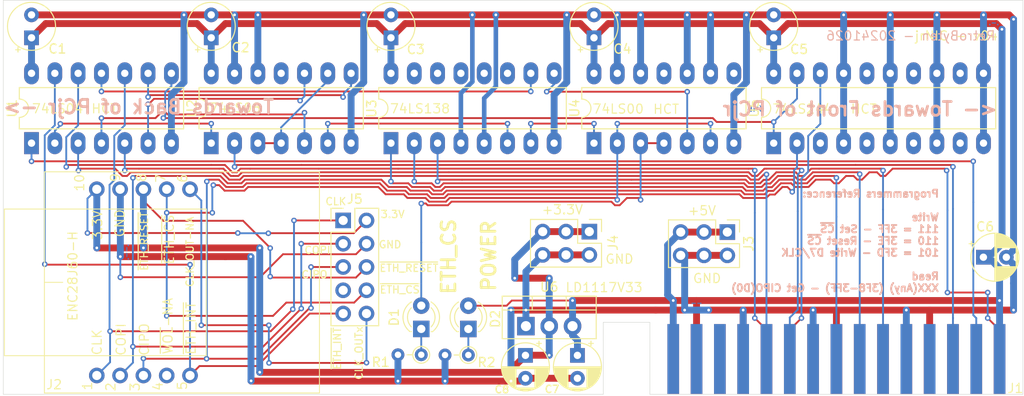
<source format=kicad_pcb>
(kicad_pcb (version 20240108) (generator "pcbnew") (generator_version "8.0")
  (title_block (title "jrNIC") (date "2024-10-26") (rev "v04") (company "RetroByten"))
  (layers (0 "F.Cu" signal) (31 "B.Cu" signal) (34 "B.Paste" user) (35 "F.Paste" user) (36 "B.SilkS" user "B.Silkscreen") (37 "F.SilkS" user "F.Silkscreen") (38 "B.Mask" user) (39 "F.Mask" user) (44 "Edge.Cuts" user))
  (net 0 "")
  (net 1 "+5V")
  (net 2 "GND")
  (net 3 "+3.3V")
  (net 4 "/D0")
  (net 5 "/MODEM_INT")
  (net 7 "/D7")
  (net 13 "/~{IOR}")
  (net 14 "/~{MODEM_CS}")
  (net 15 "+12V")
  (net 16 "/~{IOW}")
  (net 19 "/A2")
  (net 20 "/A9")
  (net 21 "/A1")
  (net 24 "/A0")
  (net 25 "/CLK_OUTx")
  (net 26 "/~{ETH_CS}")
  (net 27 "/CIPO")
  (net 28 "/~{ETH_INT}")
  (net 29 "/CLK")
  (net 30 "/IOW")
  (net 31 "/READ_SELECT")
  (net 32 "/~{READ_SELECT}")
  (net 33 "/~{CLK}")
  (net 34 "/MODEM_CS")
  (net 35 "/IOR")
  (net 36 "/WRITE_SELECT")
  (net 37 "/MODEM_PORT")
  (net 40 "/~{LATCH_S}")
  (net 44 "/~{LATCH_R}")
  (net 46 "/ETH_CS")
  (net 56 "Net-(D1-K)")
  (net 57 "Net-(D2-K)")
  (footprint "Resistor_THT:R_Axial_DIN0204_L3.6mm_D1.6mm_P2.54mm_Vertical" (layer "F.Cu") (at 136.9822 99.5426 180)
    (property "Reference" "R1")
    (property "Value" "120" (hide yes))
  )
  (footprint "Capacitor_THT:CP_Radial_Tantal_D5.0mm_P2.50mm" (layer "F.Cu") (at 94.5134 64.9586 90)
    (property "Reference" "C1")
    (property "Value" "47pF" (hide yes))
  )
  (footprint "PCjr_PROTO_RAM_CART_footprint_lib:PCjrModemPort" (layer "F.Cu") (at 200 100)
    (property "Reference" "J1")
    (property "Value" "~" (hide yes))
  )
  (footprint "Package_DIP:DIP-14_W7.62mm_LongPads" (layer "F.Cu") (at 94.5134 76.454 90)
    (property "Reference" "U1")
    (property "Value" "74LS04" (hide yes))
  )
  (footprint "Capacitor_THT:CP_Radial_Tantal_D5.0mm_P2.50mm" (layer "F.Cu") (at 133.6802 64.9586 90)
    (property "Reference" "C3")
    (property "Value" "47pF" (hide yes))
  )
  (footprint "Package_DIP:DIP-14_W7.62mm_LongPads" (layer "F.Cu") (at 114.0968 76.454 90)
    (property "Reference" "U2")
    (property "Value" "74LS08" (hide yes))
  )
  (footprint "Connector_PinHeader_2.54mm:PinHeader_2x03_P2.54mm_Vertical" (layer "F.Cu") (at 155.2956 86.106 -90)
    (property "Reference" "J4")
    (property "Value" "Conn_02x03_Odd_Even" (hide yes))
  )
  (footprint "Resistor_THT:R_Axial_DIN0204_L3.6mm_D1.6mm_P2.54mm_Vertical" (layer "F.Cu") (at 142.113 99.568 180)
    (property "Reference" "R2")
    (property "Value" "120" (hide yes))
  )
  (footprint "Capacitor_THT:CP_Radial_Tantal_D5.0mm_P2.50mm" (layer "F.Cu") (at 175.387 64.9586 90)
    (property "Reference" "C5")
    (property "Value" "47pF" (hide yes))
  )
  (footprint "Capacitor_THT:CP_Radial_D5.0mm_P2.50mm" (layer "F.Cu") (at 148.336 99.607488 -90)
    (property "Reference" "C8")
    (property "Value" "10uF" (hide yes))
  )
  (footprint "LED_THT:LED_D3.0mm" (layer "F.Cu") (at 142.113 96.7282 90)
    (property "Reference" "D2")
    (property "Value" "LED" (hide yes))
  )
  (footprint "Capacitor_THT:CP_Radial_D5.0mm_P2.50mm" (layer "F.Cu") (at 154.0002 99.607488 -90)
    (property "Reference" "C7")
    (property "Value" "100nF" (hide yes))
  )
  (footprint "Capacitor_THT:CP_Radial_Tantal_D5.0mm_P2.50mm" (layer "F.Cu") (at 114.0968 64.9586 90)
    (property "Reference" "C2")
    (property "Value" "47pF" (hide yes))
  )
  (footprint "LED_THT:LED_D3.0mm" (layer "F.Cu") (at 136.9822 96.7232 90)
    (property "Reference" "D1")
    (property "Value" "LED" (hide yes))
  )
  (footprint "Package_DIP:DIP-16_W7.62mm_LongPads" (layer "F.Cu") (at 133.6802 76.454 90)
    (property "Reference" "U3")
    (property "Value" "74LS138" (hide yes))
  )
  (footprint "Package_DIP:DIP-14_W7.62mm_LongPads" (layer "F.Cu") (at 155.8036 76.454 90)
    (property "Reference" "U4")
    (property "Value" "74LS00" (hide yes))
  )
  (footprint "Package_TO_SOT_THT:TO-220-3_Vertical" (layer "F.Cu") (at 148.3868 96.417888)
    (property "Reference" "U6")
    (property "Value" "~" (hide yes))
  )
  (footprint "Connector_PinHeader_2.54mm:PinHeader_2x03_P2.54mm_Vertical" (layer "F.Cu") (at 170.3324 86.1568 -90)
    (property "Reference" "J3")
    (property "Value" "Conn_02x03_Odd_Even" (hide yes))
  )
  (footprint "Capacitor_THT:CP_Radial_Tantal_D5.0mm_P2.50mm" (layer "F.Cu") (at 155.8036 64.9586 90)
    (property "Reference" "C4")
    (property "Value" "47pF" (hide yes))
  )
  (footprint "PCjr_PROTO_RAM_CART_footprint_lib:Olimex_ENC28J60-H" (layer "F.Cu") (at 101.6254 101.8032)
    (property "Reference" "J2")
    (property "Value" "~" (hide yes))
  )
  (footprint "Package_DIP:DIP-20_W7.62mm_LongPads" (layer "F.Cu") (at 175.387 76.454 90)
    (property "Reference" "U5")
    (property "Value" "74LS244" (hide yes))
  )
  (footprint "Capacitor_THT:CP_Radial_D5.0mm_P2.50mm" (layer "F.Cu") (at 198.2362 88.9)
    (property "Reference" "C6")
    (property "Value" "10uF" (hide yes))
  )
  (footprint "Connector_PinHeader_2.54mm:PinHeader_2x05_P2.54mm_Vertical" (layer "F.Cu") (at 128.4732 84.8868)
    (property "Reference" "J5")
    (property "Value" "Conn_02x05_Odd_Even" (hide yes))
  )
  (gr_line (start 161.8969 96) (end 156.8169 96) (stroke (width 0.05)) (layer "Edge.Cuts"))
  (gr_line (start 156.8169 96) (end 156.8196 103.8606) (stroke (width 0.05)) (layer "Edge.Cuts"))
  (gr_line (start 161.8969 103.8606) (end 202.5396 103.8606) (stroke (width 0.05)) (layer "Edge.Cuts"))
  (gr_line (start 202.5396 60.8606) (end 91.44 60.8606) (stroke (width 0.05)) (layer "Edge.Cuts"))
  (gr_line (start 91.44 60.8606) (end 91.44 103.8606) (stroke (width 0.05)) (layer "Edge.Cuts"))
  (gr_line (start 161.8969 96) (end 161.8969 103.8606) (stroke (width 0.05)) (layer "Edge.Cuts"))
  (gr_line (start 202.5396 103.8606) (end 202.5396 60.8606) (stroke (width 0.05)) (layer "Edge.Cuts"))
  (gr_line (start 156.8196 103.8606) (end 91.44 103.8606) (stroke (width 0.05)) (layer "Edge.Cuts"))
  (gr_text "RMP" (at 174.4472 72.2884 180) (layer "B.Cu") (effects (font (size 0.6 0.6) (thickness 0.1)) (justify left bottom)))
  (gr_text ".-." (at 198.755 63.6016 0) (layer "B.Cu") (effects (font (size 0.5 0.5) (thickness 0.1)) (justify left bottom)))
  (gr_text ".--." (at 105.156 89.2556 90) (layer "B.Cu") (effects (font (size 0.5 0.5) (thickness 0.1)) (justify left bottom)))
  (gr_text "--" (at 166.2938 94.1832 0) (layer "B.Cu") (effects (font (size 0.5 0.5) (thickness 0.1)) (justify left bottom)))
  (gr_text "Programmers Reference:\n\nWrite\n111 = 3FF - Set ~{CS}\n110 = 3FE - Reset ~{CS}\n101 = 3FD - Write D7/CLK\n\nRead\nXXX(Any) (3F8-3FF) - Get CIPO(D0) " (at 193.4972 92.7354 0) (layer "B.SilkS") (effects (font (size 0.8 0.8) (thickness 0.2) (bold yes)) (justify left bottom mirror)))
  (gr_text "Towards Back of PCjr ->" (at 121.1072 73.3806 0) (layer "B.SilkS") (effects (font (size 1.5 1.5) (thickness 0.3) (bold yes)) (justify left bottom mirror)))
  (gr_text "<- Towards Front of PCjr" (at 199.9234 73.6092 0) (layer "B.SilkS") (effects (font (size 1.5 1.5) (thickness 0.3) (bold yes)) (justify left bottom mirror)))
  (gr_text "RetroByten - 20241026" (at 199.6186 65.3288 0) (layer "B.SilkS") (effects (font (size 1 1) (thickness 0.127)) (justify left bottom mirror)))
  (gr_text "+3.3V" (at 150.0378 84.3026 0) (layer "F.SilkS") (effects (font (size 1 1) (thickness 0.127)) (justify left bottom)))
  (gr_text "HCT" (at 162.179 73.3298 0) (layer "F.SilkS") (effects (font (size 1 1) (thickness 0.127)) (justify left bottom)))
  (gr_text "LD1117V33" (at 152.6286 92.7862 0) (layer "F.SilkS") (effects (font (size 1 1) (thickness 0.127)) (justify left bottom)))
  (gr_text "74LS04" (at 94.488 73.279 0) (layer "F.SilkS") (effects (font (size 1 1) (thickness 0.127)) (justify left bottom)))
  (gr_text "74LS08" (at 113.8428 73.2028 0) (layer "F.SilkS") (effects (font (size 1 1) (thickness 0.127)) (justify left bottom)))
  (gr_text "~{ETH_INT}" (at 112.4712 99.6188 90) (layer "F.SilkS") (effects (font (size 1 1) (thickness 0.127)) (justify left bottom)))
  (gr_text "3.3V" (at 132.4864 84.6836 0) (layer "F.SilkS") (effects (font (size 0.8 0.8) (thickness 0.127) (bold yes)) (justify left bottom)))
  (gr_text "CIPO" (at 107.3912 99.7204 90) (layer "F.SilkS") (effects (font (size 1 1) (thickness 0.127)) (justify left bottom)))
  (gr_text "~{ETH_CS}" (at 110.109 89.7636 90) (layer "F.SilkS") (effects (font (size 1 1) (thickness 0.127)) (justify left bottom)))
  (gr_text "74LS244" (at 175.1838 73.3044 0) (layer "F.SilkS") (effects (font (size 1 1) (thickness 0.127)) (justify left bottom)))
  (gr_text "POWER" (at 145.2118 92.7608 90) (layer "F.SilkS") (effects (font (size 1.5 1.5) (thickness 0.3) (bold yes)) (justify left bottom)))
  (gr_text "74LS00" (at 155.575 73.3044 0) (layer "F.SilkS") (effects (font (size 1 1) (thickness 0.127)) (justify left bottom)))
  (gr_text "HCT" (at 100.965 73.279 0) (layer "F.SilkS") (effects (font (size 1 1) (thickness 0.127)) (justify left bottom)))
  (gr_text "9" (at 104.2416 80.772 90) (layer "F.SilkS") (effects (font (size 1 1) (thickness 0.127)) (justify left bottom)))
  (gr_text "~{ETH_INT}" (at 128.2954 101.2444 90) (layer "F.SilkS") (effects (font (size 0.8 0.8) (thickness 0.127) (bold yes)) (justify left bottom)))
  (gr_text "3" (at 106.3752 103.6066 90) (layer "F.SilkS") (effects (font (size 1 1) (thickness 0.127)) (justify left bottom)))
  (gr_text "1" (at 101.1936 103.505 90) (layer "F.SilkS") (effects (font (size 1 1) (thickness 0.127)) (justify left bottom)))
  (gr_text "+5V" (at 165.9636 84.4042 0) (layer "F.SilkS") (effects (font (size 1 1) (thickness 0.127)) (justify left bottom)))
  (gr_text "~{ETH_RESET}" (at 132.3594 90.551 0) (layer "F.SilkS") (effects (font (size 0.8 0.8) (thickness 0.127) (bold yes)) (justify left bottom)))
  (gr_text "10" (at 100.33 81.8134 90) (layer "F.SilkS") (effects (font (size 1 1) (thickness 0.127)) (justify left bottom)))
  (gr_text "HCT" (at 183.7182 73.3044 0) (layer "F.SilkS") (effects (font (size 1 1) (thickness 0.127)) (justify left bottom)))
  (gr_text "COPI" (at 104.8512 99.7204 90) (layer "F.SilkS") (effects (font (size 1 1) (thickness 0.127)) (justify left bottom)))
  (gr_text "COPI" (at 124.1806 88.5952 0) (layer "F.SilkS") (effects (font (size 0.8 0.8) (thickness 0.127) (bold yes)) (justify left bottom)))
  (gr_text "74LS138" (at 133.5024 73.279 0) (layer "F.SilkS") (effects (font (size 1 1) (thickness 0.127)) (justify left bottom)))
  (gr_text "GND" (at 156.972 89.6874 0) (layer "F.SilkS") (effects (font (size 1 1) (thickness 0.127)) (justify left bottom)))
  (gr_text "CLK_OUTx" (at 130.6576 102.3366 90) (layer "F.SilkS") (effects (font (size 0.8 0.8) (thickness 0.127) (bold yes)) (justify left bottom)))
  (gr_text "ETH_CS" (at 140.843 93.091 90) (layer "F.SilkS") (effects (font (size 1.5 1.5) (thickness 0.3) (bold yes)) (justify left bottom)))
  (gr_text "GND" (at 166.5224 91.7956 0) (layer "F.SilkS") (effects (font (size 1 1) (thickness 0.127)) (justify left bottom)))
  (gr_text "CLK" (at 126.4666 83.2866 0) (layer "F.SilkS") (effects (font (size 0.8 0.8) (thickness 0.127) (bold yes)) (justify left bottom)))
  (gr_text "GND" (at 104.7242 86.7918 90) (layer "F.SilkS") (effects (font (size 1 1) (thickness 0.127)) (justify left bottom)))
  (gr_text "4" (at 108.8898 103.5558 90) (layer "F.SilkS") (effects (font (size 1 1) (thickness 0.127)) (justify left bottom)))
  (gr_text "6" (at 111.5568 80.8482 90) (layer "F.SilkS") (effects (font (size 1 1) (thickness 0.127)) (justify left bottom)))
  (gr_text "CLK_OUT-NA" (at 112.2426 92.2274 90) (layer "F.SilkS") (effects (font (size 0.8 0.8) (thickness 0.127)) (justify left bottom)))
  (gr_text "8" (at 107.0864 80.772 90) (layer "F.SilkS") (effects (font (size 1 1) (thickness 0.127)) (justify left bottom)))
  (gr_text "~{WOL}-NA" (at 109.9566 99.568 90) (layer "F.SilkS") (effects (font (size 1 1) (thickness 0.127)) (justify left bottom)))
  (gr_text "3.3V" (at 102.2858 87.0966 90) (layer "F.SilkS") (effects (font (size 1 1) (thickness 0.127)) (justify left bottom)))
  (gr_text "7" (at 109.1692 80.8482 90) (layer "F.SilkS") (effects (font (size 1 1) (thickness 0.127)) (justify left bottom)))
  (gr_text "jrNIC - v04" (at 190.6778 65.3288 0) (layer "F.SilkS") (effects (font (size 1 1) (thickness 0.127)) (justify left bottom)))
  (gr_text "CIPO" (at 123.8504 91.2622 0) (layer "F.SilkS") (effects (font (size 0.8 0.8) (thickness 0.127) (bold yes)) (justify left bottom)))
  (gr_text "5" (at 111.5314 103.4796 90) (layer "F.SilkS") (effects (font (size 1 1) (thickness 0.127)) (justify left bottom)))
  (gr_text "GND" (at 132.2832 87.9856 0) (layer "F.SilkS") (effects (font (size 0.8 0.8) (thickness 0.127) (bold yes)) (justify left bottom)))
  (gr_text "~{ETH_RESET}" (at 107.2642 90.4494 90) (layer "F.SilkS") (effects (font (size 0.8 0.8) (thickness 0.127)) (justify left bottom)))
  (gr_text "2" (at 103.7336 103.6066 90) (layer "F.SilkS") (effects (font (size 1 1) (thickness 0.127)) (justify left bottom)))
  (gr_text "CLK" (at 102.235 99.6696 90) (layer "F.SilkS") (effects (font (size 1 1) (thickness 0.127)) (justify left bottom)))
  (gr_text "~{ETH_CS}" (at 132.3848 92.9132 0) (layer "F.SilkS") (effects (font (size 0.8 0.8) (thickness 0.127) (bold yes)) (justify left bottom)))
  (segment (start 176.937 63.4086) (end 175.387 64.9586) (width 0.75) (layer "F.Cu") (net 1))
  (segment (start 114.0968 64.9586) (end 112.5468 63.4086) (width 0.75) (layer "F.Cu") (net 1))
  (segment (start 199.9996 93.6244) (end 166.9796 93.6244) (width 0.75) (layer "F.Cu") (net 1))
  (segment (start 157.3536 63.4086) (end 155.8036 64.9586) (width 0.75) (layer "F.Cu") (net 1))
  (segment (start 166.98 93.6248) (end 166.9796 93.6244) (width 0.2) (layer "F.Cu") (net 1))
  (segment (start 135.2302 63.4086) (end 133.6802 64.9586) (width 0.75) (layer "F.Cu") (net 1))
  (segment (start 173.837 63.4086) (end 157.3536 63.4086) (width 0.75) (layer "F.Cu") (net 1))
  (segment (start 199.6288 63.4086) (end 176.937 63.4086) (width 0.75) (layer "F.Cu") (net 1))
  (segment (start 146.284206 94.1882) (end 146.614103 93.858303) (width 0.2) (layer "F.Cu") (net 1))
  (segment (start 155.8036 64.9586) (end 155.8036 64.897) (width 0.75) (layer "F.Cu") (net 1))
  (segment (start 96.0634 63.4086) (end 94.5134 64.9586) (width 0.75) (layer "F.Cu") (net 1))
  (segment (start 164.4396 93.6244) (end 153.4668 93.6244) (width 0.75) (layer "F.Cu") (net 1))
  (segment (start 166.98 100) (end 166.98 93.6248) (width 0.75) (layer "F.Cu") (net 1))
  (segment (start 115.6468 63.4086) (end 114.0968 64.9586) (width 0.75) (layer "F.Cu") (net 1))
  (segment (start 154.3152 63.4086) (end 135.2302 63.4086) (width 0.75) (layer "F.Cu") (net 1))
  (segment (start 155.8036 64.897) (end 154.3152 63.4086) (width 0.75) (layer "F.Cu") (net 1))
  (segment (start 167.7924 86.1568) (end 170.3324 86.1568) (width 0.75) (layer "F.Cu") (net 1))
  (segment (start 175.387 64.9586) (end 173.837 63.4086) (width 0.75) (layer "F.Cu") (net 1))
  (segment (start 146.848005 93.6244) (end 153.4668 93.6244) (width 0.2) (layer "F.Cu") (net 1))
  (segment (start 132.1302 63.4086) (end 115.6468 63.4086) (width 0.75) (layer "F.Cu") (net 1))
  (segment (start 142.113 94.1882) (end 146.284206 94.1882) (width 0.2) (layer "F.Cu") (net 1))
  (segment (start 165.2524 86.1568) (end 167.7924 86.1568) (width 0.75) (layer "F.Cu") (net 1))
  (segment (start 166.9796 93.6244) (end 164.4396 93.6244) (width 0.75) (layer "F.Cu") (net 1))
  (segment (start 200.2536 64.0334) (end 199.6288 63.4086) (width 0.75) (layer "F.Cu") (net 1))
  (segment (start 112.5468 63.4086) (end 96.0634 63.4086) (width 0.75) (layer "F.Cu") (net 1))
  (segment (start 146.614103 93.858303) (end 146.848005 93.6244) (width 0.2) (layer "F.Cu") (net 1))
  (segment (start 133.6802 64.9586) (end 132.1302 63.4086) (width 0.75) (layer "F.Cu") (net 1))
  (via (at 164.4396 93.6244) (size 0.75) (drill 0.3) (layers "F.Cu" "B.Cu") (net 1))
  (via (at 199.9996 93.6244) (size 0.75) (drill 0.3) (layers "F.Cu" "B.Cu") (net 1))
  (via (at 200.2536 64.0334) (size 0.75) (drill 0.3) (layers "F.Cu" "B.Cu") (net 1))
  (via (at 153.4668 93.6244) (size 0.75) (drill 0.3) (layers "F.Cu" "B.Cu") (net 1))
  (segment (start 200 90.108344) (end 199.560728 89.669072) (width 0.75) (layer "B.Cu") (net 1))
  (segment (start 164.4396 93.8022) (end 164.44 93.8026) (width 0.2) (layer "B.Cu") (net 1))
  (segment (start 163.8274 93.0122) (end 163.8274 87.5818) (width 0.75) (layer "B.Cu") (net 1))
  (segment (start 163.8274 87.5818) (end 165.2524 86.1568) (width 0.75) (layer "B.Cu") (net 1))
  (segment (start 175.387 64.9586) (end 175.387 68.834) (width 0.75) (layer "B.Cu") (net 1))
  (segment (start 153.4668 96.417888) (end 153.4668 97.409) (width 0.75) (layer "B.Cu") (net 1))
  (segment (start 164.44 100) (end 164.44 93.6248) (width 0.75) (layer "B.Cu") (net 1))
  (segment (start 198.791656 88.9) (end 198.2362 88.9) (width 0.75) (layer "B.Cu") (net 1))
  (segment (start 154.0002 97.9424) (end 154.0002 99.607488) (width 0.75) (layer "B.Cu") (net 1))
  (segment (start 153.4668 97.409) (end 154.0002 97.9424) (width 0.75) (layer "B.Cu") (net 1))
  (segment (start 153.4668 96.417888) (end 153.4668 93.6244) (width 0.75) (layer "B.Cu") (net 1))
  (segment (start 200.2688 64.0486) (end 200.2536 64.0334) (width 0.75) (layer "B.Cu") (net 1))
  (segment (start 200 93.8022) (end 200 90.6638) (width 0.75) (layer "B.Cu") (net 1))
  (segment (start 198.791656 88.9) (end 200.2688 87.422856) (width 0.75) (layer "B.Cu") (net 1))
  (segment (start 94.5134 64.9586) (end 94.5134 68.834) (width 0.75) (layer "B.Cu") (net 1))
  (segment (start 133.6802 64.9586) (end 133.6802 68.834) (width 0.75) (layer "B.Cu") (net 1))
  (segment (start 114.0968 64.9586) (end 114.0968 68.834) (width 0.75) (layer "B.Cu") (net 1))
  (segment (start 155.8036 64.9586) (end 155.8036 68.834) (width 0.75) (layer "B.Cu") (net 1))
  (segment (start 200 100) (end 200 93.8022) (width 0.75) (layer "B.Cu") (net 1))
  (segment (start 200.2688 87.422856) (end 200.2688 69.088) (width 0.75) (layer "B.Cu") (net 1))
  (segment (start 164.44 93.6248) (end 163.8274 93.0122) (width 0.75) (layer "B.Cu") (net 1))
  (segment (start 200 90.6638) (end 200 90.108344) (width 0.75) (layer "B.Cu") (net 1))
  (segment (start 199.560728 89.669072) (end 198.791656 88.9) (width 0.75) (layer "B.Cu") (net 1))
  (segment (start 200.2688 69.088) (end 200.2688 64.0486) (width 0.75) (layer "B.Cu") (net 1))
  (segment (start 164.44 93.6248) (end 164.4396 93.6244) (width 0.2) (layer "B.Cu") (net 1))
  (segment (start 155.8036 62.4586) (end 152.8318 62.4586) (width 0.75) (layer "F.Cu") (net 2))
  (segment (start 111.125 62.4586) (end 94.5134 62.4586) (width 0.75) (layer "F.Cu") (net 2))
  (segment (start 119.1768 62.4586) (end 116.6368 62.4586) (width 0.75) (layer "F.Cu") (net 2))
  (segment (start 182.22 100) (end 182.22 94.6662) (width 0.75) (layer "F.Cu") (net 2))
  (segment (start 158.3436 62.4586) (end 155.8036 62.4586) (width 0.75) (layer "F.Cu") (net 2))
  (segment (start 193.167 62.4586) (end 198.247 62.4586) (width 0.75) (layer "F.Cu") (net 2))
  (segment (start 183.007 62.4586) (end 188.087 62.4586) (width 0.75) (layer "F.Cu") (net 2))
  (segment (start 176.5808 62.4586) (end 183.007 62.4586) (width 0.75) (layer "F.Cu") (net 2))
  (segment (start 150.2156 88.646) (end 152.7556 88.646) (width 0.75) (layer "F.Cu") (net 2))
  (segment (start 172.06 94.6662) (end 172.0596 94.6658) (width 0.2) (layer "F.Cu") (net 2))
  (segment (start 172.4152 62.4586) (end 168.5036 62.4586) (width 0.75) (layer "F.Cu") (net 2))
  (segment (start 133.6802 62.4586) (end 130.7084 62.4586) (width 0.75) (layer "F.Cu") (net 2))
  (segment (start 192.3796 94.6658) (end 189.84 94.6658) (width 0.75) (layer "F.Cu") (net 2))
  (segment (start 148.030688 102.4128) (end 148.336 102.107488) (width 0.75) (layer "F.Cu") (net 2))
  (segment (start 201.5236 94.6658) (end 192.3804 94.6658) (width 0.75) (layer "F.Cu") (net 2))
  (segment (start 154.0002 102.107488) (end 148.336 102.107488) (width 0.75) (layer "F.Cu") (net 2))
  (segment (start 148.3868 94.6658) (end 162.5346 94.6658) (width 0.75) (layer "F.Cu") (net 2))
  (segment (start 130.7084 62.4586) (end 119.1768 62.4586) (width 0.75) (layer "F.Cu") (net 2))
  (segment (start 146.7612 102.4128) (end 148.030688 102.4128) (width 0.75) (layer "F.Cu") (net 2))
  (segment (start 192.38 94.6662) (end 192.3796 94.6658) (width 0.2) (layer "F.Cu") (net 2))
  (segment (start 179.6796 94.6658) (end 172.0604 94.6658) (width 0.75) (layer "F.Cu") (net 2))
  (segment (start 121.913 88.5768) (end 120.015 90.4748) (width 0.2) (layer "F.Cu") (net 2))
  (segment (start 172.0604 94.6658) (end 172.06 94.6662) (width 0.2) (layer "F.Cu") (net 2))
  (segment (start 182.22 94.6662) (end 182.2196 94.6658) (width 0.2) (layer "F.Cu") (net 2))
  (segment (start 160.8836 62.4586) (end 158.3436 62.4586) (width 0.75) (layer "F.Cu") (net 2))
  (segment (start 172.06 100) (end 172.06 94.6662) (width 0.75) (layer "F.Cu") (net 2))
  (segment (start 131.0132 87.4268) (end 129.8632 88.5768) (width 0.2) (layer "F.Cu") (net 2))
  (segment (start 175.387 62.4586) (end 176.5808 62.4586) (width 0.75) (layer "F.Cu") (net 2))
  (segment (start 119.4054 91.0844) (end 104.1908 91.0844) (width 0.2) (layer "F.Cu") (net 2))
  (segment (start 198.247 62.4586) (end 201.041 62.4586) (width 0.75) (layer "F.Cu") (net 2))
  (segment (start 142.5448 62.4586) (end 133.6802 62.4586) (width 0.75) (layer "F.Cu") (net 2))
  (segment (start 152.8318 62.4586) (end 145.1102 62.4586) (width 0.75) (layer "F.Cu") (net 2))
  (segment (start 192.38 94.6662) (end 192.3804 94.6658) (width 0.2) (layer "F.Cu") (net 2))
  (segment (start 172.0596 94.6658) (end 168.3004 94.6658) (width 0.75) (layer "F.Cu") (net 2))
  (segment (start 145.1102 62.4586) (end 142.5448 62.4586) (width 0.75) (layer "F.Cu") (net 2))
  (segment (start 115.6462 88.834) (end 104.1908 88.834) (width 0.75) (layer "F.Cu") (net 2))
  (segment (start 120.015 90.4748) (end 119.4054 91.0844) (width 0.2) (layer "F.Cu") (net 2))
  (segment (start 182.2196 94.6658) (end 189.84 94.6658) (width 0.75) (layer "F.Cu") (net 2))
  (segment (start 116.6368 62.4586) (end 114.0968 62.4586) (width 0.75) (layer "F.Cu") (net 2))
  (segment (start 168.5036 62.4586) (end 165.9636 62.4586) (width 0.75) (layer "F.Cu") (net 2))
  (segment (start 165.6842 94.6658) (end 162.5346 94.6658) (width 0.75) (layer "F.Cu") (net 2))
  (segment (start 118.4656 102.4128) (end 134.4422 102.4128) (width 0.75) (layer "F.Cu") (net 2))
  (segment (start 118.3996 88.834) (end 115.6462 88.834) (width 0.75) (layer "F.Cu") (net 2))
  (segment (start 167.7924 88.6968) (end 170.3324 88.6968) (width 0.75) (layer "F.Cu") (net 2))
  (segment (start 179.6796 94.6658) (end 182.2196 94.6658) (width 0.75) (layer "F.Cu") (net 2))
  (segment (start 201.041 62.4586) (end 201.5236 62.9412) (width 0.75) (layer "F.Cu") (net 2))
  (segment (start 165.9636 62.4586) (end 160.8836 62.4586) (width 0.75) (layer "F.Cu") (net 2))
  (segment (start 175.387 62.4586) (end 172.4152 62.4586) (width 0.75) (layer "F.Cu") (net 2))
  (segment (start 165.2524 88.6968) (end 167.7924 88.6968) (width 0.75) (layer "F.Cu") (net 2))
  (segment (start 118.4402 102.3874) (end 118.4656 102.4128) (width 0.75) (layer "F.Cu") (net 2))
  (segment (start 139.573 102.4128) (end 146.7612 102.4128) (width 0.75) (layer "F.Cu") (net 2))
  (segment (start 118.43 102.3772) (end 118.4402 102.3874) (width 0.75) (layer "F.Cu") (net 2))
  (segment (start 134.4422 102.4128) (end 139.573 102.4128) (width 0.75) (layer "F.Cu") (net 2))
  (segment (start 146.7612 94.6658) (end 148.3868 94.6658) (width 0.75) (layer "F.Cu") (net 2))
  (segment (start 114.0968 62.4586) (end 111.125 62.4586) (width 0.75) (layer "F.Cu") (net 2))
  (segment (start 129.8632 88.5768) (end 121.913 88.5768) (width 0.2) (layer "F.Cu") (net 2))
  (segment (start 188.087 62.4586) (end 193.167 62.4586) (width 0.75) (layer "F.Cu") (net 2))
  (segment (start 192.38 100) (end 192.38 94.6662) (width 0.75) (layer "F.Cu") (net 2))
  (segment (start 152.7556 88.646) (end 155.2956 88.646) (width 0.75) (layer "F.Cu") (net 2))
  (via (at 152.8318 62.4586) (size 0.75) (drill 0.3) (layers "F.Cu" "B.Cu") (net 2))
  (via (at 201.5236 94.6658) (size 0.75) (drill 0.3) (layers "F.Cu" "B.Cu") (net 2))
  (via (at 183.007 62.4586) (size 0.75) (drill 0.3) (layers "F.Cu" "B.Cu") (net 2))
  (via (at 139.573 102.4128) (size 0.75) (drill 0.3) (layers "F.Cu" "B.Cu") (net 2))
  (via (at 146.7612 94.6658) (size 0.75) (drill 0.3) (layers "F.Cu" "B.Cu") (net 2))
  (via (at 118.3996 88.834) (size 0.75) (drill 0.3) (layers "F.Cu" "B.Cu") (net 2))
  (via (at 193.167 62.4586) (size 0.75) (drill 0.3) (layers "F.Cu" "B.Cu") (net 2))
  (via (at 168.3004 94.6658) (size 0.75) (drill 0.3) (layers "F.Cu" "B.Cu") (net 2))
  (via (at 172.0596 94.6658) (size 0.75) (drill 0.3) (layers "F.Cu" "B.Cu") (net 2))
  (via (at 130.7084 62.4586) (size 0.75) (drill 0.3) (layers "F.Cu" "B.Cu") (net 2))
  (via (at 158.3436 62.4586) (size 0.75) (drill 0.3) (layers "F.Cu" "B.Cu") (net 2))
  (via (at 104.1908 88.834) (size 0.75) (drill 0.3) (layers "F.Cu" "B.Cu") (net 2))
  (via (at 148.3868 94.6658) (size 0.75) (drill 0.3) (layers "F.Cu" "B.Cu") (net 2))
  (via (at 198.247 62.4586) (size 0.75) (drill 0.3) (layers "F.Cu" "B.Cu") (net 2))
  (via (at 119.1768 62.4586) (size 0.75) (drill 0.3) (layers "F.Cu" "B.Cu") (net 2))
  (via (at 201.5236 62.9412) (size 0.75) (drill 0.3) (layers "F.Cu" "B.Cu") (net 2))
  (via (at 168.5036 62.4586) (size 0.75) (drill 0.3) (layers "F.Cu" "B.Cu") (net 2))
  (via (at 134.4422 102.4128) (size 0.75) (drill 0.3) (layers "F.Cu" "B.Cu") (net 2))
  (via (at 189.84 94.6658) (size 0.75) (drill 0.3) (layers "F.Cu" "B.Cu") (net 2))
  (via (at 165.6842 94.6658) (size 0.75) (drill 0.3) (layers "F.Cu" "B.Cu") (net 2))
  (via (at 188.087 62.4586) (size 0.75) (drill 0.3) (layers "F.Cu" "B.Cu") (net 2))
  (via (at 118.4402 102.3874) (size 0.75) (drill 0.3) (layers "F.Cu" "B.Cu") (net 2))
  (via (at 116.6368 62.4586) (size 0.75) (drill 0.3) (layers "F.Cu" "B.Cu") (net 2))
  (via (at 111.125 62.4586) (size 0.75) (drill 0.3) (layers "F.Cu" "B.Cu") (net 2))
  (via (at 160.8836 62.4586) (size 0.75) (drill 0.3) (layers "F.Cu" "B.Cu") (net 2))
  (via (at 179.6796 94.6658) (size 0.75) (drill 0.3) (layers "F.Cu" "B.Cu") (net 2))
  (via (at 142.5448 62.4586) (size 0.75) (drill 0.3) (layers "F.Cu" "B.Cu") (net 2))
  (via (at 172.4152 62.4586) (size 0.75) (drill 0.3) (layers "F.Cu" "B.Cu") (net 2))
  (via (at 104.1908 91.0844) (size 0.6) (drill 0.3) (layers "F.Cu" "B.Cu") (net 2))
  (via (at 145.1102 62.4586) (size 0.75) (drill 0.3) (layers "F.Cu" "B.Cu") (net 2))
  (via (at 146.7612 102.4128) (size 0.75) (drill 0.3) (layers "F.Cu" "B.Cu") (net 2))
  (via (at 165.9636 62.4586) (size 0.75) (drill 0.3) (layers "F.Cu" "B.Cu") (net 2))
  (segment (start 160.8836 68.834) (end 160.8836 62.4586) (width 0.75) (layer "B.Cu") (net 2))
  (segment (start 200.7362 88.9) (end 201.5236 89.6874) (width 0.75) (layer "B.Cu") (net 2))
  (segment (start 171.0436 76.454) (end 171.0436 71.178544) (width 0.75) (layer "B.Cu") (net 2))
  (segment (start 116.6368 68.834) (end 116.6368 62.4586) (width 0.75) (layer "B.Cu") (net 2))
  (segment (start 104.1908 81.5086) (end 104.1654 81.4832) (width 0.75) (layer "B.Cu") (net 2))
  (segment (start 111.1284 69.803544) (end 111.1284 62.462) (width 0.75) (layer "B.Cu") (net 2))
  (segment (start 129.3368 71.178544) (end 130.7118 69.803544) (width 0.75) (layer "B.Cu") (net 2))
  (segment (start 142.5502 69.751767) (end 142.5502 62.464) (width 0.5) (layer "B.Cu") (net 2))
  (segment (start 201.5236 91.7448) (end 201.5236 94.6658) (width 0.75) (layer "B.Cu") (net 2))
  (segment (start 201.5236 89.6874) (end 201.5236 91.7448) (width 0.75) (layer "B.Cu") (net 2))
  (segment (start 109.7534 76.454) (end 109.7534 71.178544) (width 0.75) (layer "B.Cu") (net 2))
  (segment (start 165.9636 68.834) (end 165.9636 62.4586) (width 0.75) (layer "B.Cu") (net 2))
  (segment (start 141.3002 71.001767) (end 142.5502 69.751767) (width 0.5) (layer "B.Cu") (net 2))
  (segment (start 104.1908 91.0844) (end 104.1908 88.834) (width 0.2) (layer "B.Cu") (net 2))
  (segment (start 148.3868 94.6658) (end 148.3868 90.4748) (width 0.75) (layer "B.Cu") (net 2))
  (segment (start 198.247 68.834) (end 198.247 62.4586) (width 0.75) (layer "B.Cu") (net 2))
  (segment (start 172.4186 62.462) (end 172.4152 62.4586) (width 0.75) (layer "B.Cu") (net 2))
  (segment (start 142.5502 62.464) (end 142.5448 62.4586) (width 0.5) (layer "B.Cu") (net 2))
  (segment (start 146.7578 94.6692) (end 146.7578 102.4094) (width 0.75) (layer "B.Cu") (net 2))
  (segment (start 193.167 76.454) (end 193.167 68.834) (width 0.75) (layer "B.Cu") (net 2))
  (segment (start 188.087 68.834) (end 188.087 62.4586) (width 0.75) (layer "B.Cu") (net 2))
  (segment (start 189.84 100) (end 189.84 94.6658) (width 0.75) (layer "B.Cu") (net 2))
  (segment (start 168.3004 94.6658) (end 165.6842 94.6658) (width 0.75) (layer "B.Cu") (net 2))
  (segment (start 171.0436 71.178544) (end 172.4186 69.803544) (width 0.75) (layer "B.Cu") (net 2))
  (segment (start 143.8402 76.454) (end 143.8402 71.5518) (width 0.5) (layer "B.Cu") (net 2))
  (segment (start 118.43 88.8644) (end 118.3996 88.834) (width 0.75) (layer "B.Cu") (net 2))
  (segment (start 168.5036 68.834) (end 168.5036 62.4586) (width 0.75) (layer "B.Cu") (net 2))
  (segment (start 146.7612 94.6658) (end 146.7578 94.6692) (width 0.75) (layer "B.Cu") (net 2))
  (segment (start 172.4186 69.803544) (end 172.4186 62.462) (width 0.75) (layer "B.Cu") (net 2))
  (segment (start 145.1102 70.2818) (end 145.1102 62.4586) (width 0.5) (layer "B.Cu") (net 2))
  (segment (start 179.68 94.6662) (end 179.6796 94.6658) (width 0.2) (layer "B.Cu") (net 2))
  (segment (start 165.6842 89.1286) (end 165.2524 88.6968) (width 0.75) (layer "B.Cu") (net 2))
  (segment (start 172.06 94.6662) (end 172.0596 94.6658) (width 0.2) (layer "B.Cu") (net 2))
  (segment (start 198.247 76.454) (end 198.247 68.834) (width 0.75) (layer "B.Cu") (net 2))
  (segment (start 152.8352 62.462) (end 152.8318 62.4586) (width 0.75) (layer "B.Cu") (net 2))
  (segment (start 109.7534 71.178544) (end 111.1284 69.803544) (width 0.75) (layer "B.Cu") (net 2))
  (segment (start 148.3868 96.417888) (end 148.3868 94.6658) (width 0.75) (layer "B.Cu") (net 2))
  (segment (start 201.5236 88.1126) (end 200.7362 88.9) (width 0.75) (layer "B.Cu") (net 2))
  (segment (start 193.167 68.834) (end 193.167 62.4586) (width 0.75) (layer "B.Cu") (net 2))
  (segment (start 183.007 76.454) (end 183.007 68.834) (width 0.75) (layer "B.Cu") (net 2))
  (segment (start 129.3368 76.454) (end 129.3368 71.178544) (width 0.75) (layer "B.Cu") (net 2))
  (segment (start 118.43 102.3772) (end 118.43 88.8644) (width 0.75) (layer "B.Cu") (net 2))
  (segment (start 158.3436 68.834) (end 158.3436 62.4586) (width 0.75) (layer "B.Cu") (net 2))
  (segment (start 148.3868 90.4748) (end 150.2156 88.646) (width 0.75) (layer "B.Cu") (net 2))
  (segment (start 151.4602 71.178544) (end 152.8352 69.803544) (width 0.75) (layer "B.Cu") (net 2))
  (segment (start 146.7578 102.4094) (end 146.7612 102.4128) (width 0.75) (layer "B.Cu") (net 2))
  (segment (start 143.8402 71.5518) (end 145.1102 70.2818) (width 0.5) (layer "B.Cu") (net 2))
  (segment (start 119.1768 68.834) (end 119.1768 62.4586) (width 0.75) (layer "B.Cu") (net 2))
  (segment (start 152.8352 69.803544) (end 152.8352 62.462) (width 0.75) (layer "B.Cu") (net 2))
  (segment (start 134.4422 99.5426) (end 134.4422 102.4128) (width 0.75) (layer "B.Cu") (net 2))
  (segment (start 165.6842 94.6658) (end 165.6842 89.1286) (width 0.75) (layer "B.Cu") (net 2))
  (segment (start 104.1908 88.834) (end 104.1908 81.5086) (width 0.75) (layer "B.Cu") (net 2))
  (segment (start 179.68 100) (end 179.68 94.6662) (width 0.75) (layer "B.Cu") (net 2))
  (segment (start 151.4602 76.454) (end 151.4602 71.178544) (width 0.75) (layer "B.Cu") (net 2))
  (segment (start 183.007 68.834) (end 183.007 62.4586) (width 0.75) (layer "B.Cu") (net 2))
  (segment (start 172.06 100) (end 172.06 94.6662) (width 0.75) (layer "B.Cu") (net 2))
  (segment (start 139.573 99.568) (end 139.573 102.4128) (width 0.75) (layer "B.Cu") (net 2))
  (segment (start 188.087 76.454) (end 188.087 68.834) (width 0.75) (layer "B.Cu") (net 2))
  (segment (start 111.1284 62.462) (end 111.125 62.4586) (width 0.75) (layer "B.Cu") (net 2))
  (segment (start 130.7118 69.803544) (end 130.7118 62.462) (width 0.75) (layer "B.Cu") (net 2))
  (segment (start 141.3002 76.454) (end 141.3002 71.001767) (width 0.5) (layer "B.Cu") (net 2))
  (segment (start 118.4402 102.3874) (end 118.43 102.3772) (width 0.75) (layer "B.Cu") (net 2))
  (segment (start 201.5236 62.9412) (end 201.5236 88.1126) (width 0.75) (layer "B.Cu") (net 2))
  (segment (start 130.7118 62.462) (end 130.7084 62.4586) (width 0.75) (layer "B.Cu") (net 2))
  (segment (start 146.480688 101.4628) (end 148.336 99.607488) (width 0.75) (layer "F.Cu") (net 3))
  (segment (start 129.6232 86.2768) (end 120.3268 86.2768) (width 0.2) (layer "F.Cu") (net 3))
  (segment (start 116.9924 86.2584) (end 100.6094 86.2584) (width 0.2) (layer "F.Cu") (net 3))
  (segment (start 110.4278 84.9236) (end 117.5626 84.9236) (width 0.2) (layer "F.Cu") (net 3))
  (segment (start 148.350088 99.5934) (end 148.336 99.607488) (width 0.75) (layer "F.Cu") (net 3))
  (segment (start 120.523 87.884) (end 120.523 87.9094) (width 0.2) (layer "F.Cu") (net 3))
  (segment (start 152.7556 86.106) (end 155.2956 86.106) (width 0.75) (layer "F.Cu") (net 3))
  (segment (start 150.9268 91.186) (end 147.1676 91.186) (width 0.75) (layer "F.Cu") (net 3))
  (segment (start 108.882963 84.9236) (end 106.7054 82.746037) (width 0.2) (layer "F.Cu") (net 3))
  (segment (start 106.7054 82.746037) (end 106.7054 81.4832) (width 0.2) (layer "F.Cu") (net 3))
  (segment (start 120.6316 91.1168) (end 129.8632 91.1168) (width 0.2) (layer "F.Cu") (net 3))
  (segment (start 119.6848 87.0458) (end 120.523 87.884) (width 0.2) (layer "F.Cu") (net 3))
  (segment (start 119.38 101.4476) (end 119.3952 101.4628) (width 0.75) (layer "F.Cu") (net 3))
  (segment (start 131.0132 84.8868) (end 129.6232 86.2768) (width 0.2) (layer "F.Cu") (net 3))
  (segment (start 117.5626 84.9236) (end 119.6848 87.0458) (width 0.2) (layer "F.Cu") (net 3))
  (segment (start 106.7054 87.884) (end 101.6254 87.884) (width 0.75) (layer "F.Cu") (net 3))
  (segment (start 119.3952 101.4628) (end 146.480688 101.4628) (width 0.75) (layer "F.Cu") (net 3))
  (segment (start 108.882963 84.9236) (end 110.4278 84.9236) (width 0.2) (layer "F.Cu") (net 3))
  (segment (start 150.2156 86.106) (end 152.7556 86.106) (width 0.75) (layer "F.Cu") (net 3))
  (segment (start 129.8632 91.1168) (end 131.0132 89.9668) (width 0.2) (layer "F.Cu") (net 3))
  (segment (start 120.523 91.0082) (end 120.6316 91.1168) (width 0.2) (layer "F.Cu") (net 3))
  (segment (start 150.9268 99.5934) (end 148.350088 99.5934) (width 0.75) (layer "F.Cu") (net 3))
  (segment (start 119.38 87.884) (end 106.7054 87.884) (width 0.75) (layer "F.Cu") (net 3))
  (segment (start 120.3268 86.2768) (end 120.3198 86.2838) (width 0.2) (layer "F.Cu") (net 3))
  (via (at 119.38 101.4476) (size 0.75) (drill 0.3) (layers "F.Cu" "B.Cu") (net 3))
  (via (at 120.523 91.0082) (size 0.6) (drill 0.3) (layers "F.Cu" "B.Cu") (net 3))
  (via (at 120.3198 86.2838) (size 0.6) (drill 0.3) (layers "F.Cu" "B.Cu") (net 3))
  (via (at 147.1676 91.186) (size 0.6) (drill 0.3) (layers "F.Cu" "B.Cu") (net 3))
  (via (at 100.6094 86.2584) (size 0.6) (drill 0.3) (layers "F.Cu" "B.Cu") (net 3))
  (via (at 116.9924 86.2584) (size 0.6) (drill 0.3) (layers "F.Cu" "B.Cu") (net 3))
  (via (at 150.9268 91.186) (size 0.6) (drill 0.3) (layers "F.Cu" "B.Cu") (net 3))
  (via (at 106.7054 87.884) (size 0.75) (drill 0.3) (layers "F.Cu" "B.Cu") (net 3))
  (via (at 119.38 87.884) (size 0.75) (drill 0.3) (layers "F.Cu" "B.Cu") (net 3))
  (via (at 150.9268 99.5934) (size 0.75) (drill 0.3) (layers "F.Cu" "B.Cu") (net 3))
  (via (at 120.523 87.9094) (size 0.6) (drill 0.3) (layers "F.Cu" "B.Cu") (net 3))
  (via (at 101.6254 87.884) (size 0.75) (drill 0.3) (layers "F.Cu" "B.Cu") (net 3))
  (segment (start 119.38 87.884) (end 119.38 101.4476) (width 0.75) (layer "B.Cu") (net 3))
  (segment (start 120.3198 86.2838) (end 117.0178 86.2838) (width 0.2) (layer "B.Cu") (net 3))
  (segment (start 100.6094 86.2584) (end 100.6094 82.4992) (width 0.2) (layer "B.Cu") (net 3))
  (segment (start 150.9268 99.5934) (end 150.9268 96.417888) (width 0.75) (layer "B.Cu") (net 3))
  (segment (start 117.0178 86.2838) (end 116.9924 86.2584) (width 0.2) (layer "B.Cu") (net 3))
  (segment (start 106.7054 87.884) (end 106.7054 81.4832) (width 0.75) (layer "B.Cu") (net 3))
  (segment (start 101.6254 87.884) (end 101.6254 81.4832) (width 0.75) (layer "B.Cu") (net 3))
  (segment (start 147.1676 89.154) (end 150.2156 86.106) (width 0.75) (layer "B.Cu") (net 3))
  (segment (start 120.523 87.9094) (end 120.523 91.0082) (width 0.2) (layer "B.Cu") (net 3))
  (segment (start 147.1676 91.186) (end 147.1676 89.154) (width 0.75) (layer "B.Cu") (net 3))
  (segment (start 100.6094 82.4992) (end 101.6254 81.4832) (width 0.2) (layer "B.Cu") (net 3))
  (segment (start 150.9268 96.417888) (end 150.9268 91.186) (width 0.75) (layer "B.Cu") (net 3))
  (segment (start 177.14 96.8104) (end 178.4096 95.5408) (width 0.2) (layer "F.Cu") (net 4))
  (segment (start 177.14 100) (end 177.14 96.8104) (width 0.2) (layer "F.Cu") (net 4))
  (via (at 178.4096 95.5408) (size 0.6) (drill 0.3) (layers "F.Cu" "B.Cu") (net 4))
  (segment (start 179.1462 75.6666) (end 180.467 74.3458) (width 0.2) (layer "B.Cu") (net 4))
  (segment (start 179.1462 79.572965) (end 179.1462 75.6666) (width 0.2) (layer "B.Cu") (net 4))
  (segment (start 180.467 74.3458) (end 180.467 68.834) (width 0.2) (layer "B.Cu") (net 4))
  (segment (start 178.4096 80.309565) (end 179.1462 79.572965) (width 0.2) (layer "B.Cu") (net 4))
  (segment (start 178.4096 95.5408) (end 178.4096 80.309565) (width 0.2) (layer "B.Cu") (net 4))
  (segment (start 125.8062 79.2352) (end 118.3386 79.2352) (width 0.2) (layer "F.Cu") (net 5))
  (segment (start 116.891164 79.629365) (end 116.885329 79.6352) (width 0.2) (layer "F.Cu") (net 5))
  (segment (start 174.6 100) (end 174.6 96.8112) (width 0.2) (layer "F.Cu") (net 5))
  (segment (start 117.285329 79.2352) (end 116.891164 79.629365) (width 0.2) (layer "F.Cu") (net 5))
  (segment (start 118.3386 79.2352) (end 117.285329 79.2352) (width 0.2) (layer "F.Cu") (net 5))
  (segment (start 173.1296 79.2352) (end 172.6438 79.2352) (width 0.2) (layer "F.Cu") (net 5))
  (segment (start 172.6438 79.2352) (end 134.4676 79.2352) (width 0.2) (layer "F.Cu") (net 5))
  (segment (start 134.4676 79.2352) (end 125.8062 79.2352) (width 0.2) (layer "F.Cu") (net 5))
  (segment (start 174.6 96.8112) (end 173.3296 95.5408) (width 0.2) (layer "F.Cu") (net 5))
  (segment (start 99.568 78.8352) (end 98.498 78.8352) (width 0.2) (layer "F.Cu") (net 5))
  (segment (start 98.498 78.8352) (end 98.298 79.0352) (width 0.2) (layer "F.Cu") (net 5))
  (segment (start 114.0968 78.8352) (end 99.568 78.8352) (width 0.2) (layer "F.Cu") (net 5))
  (segment (start 116.885329 79.6352) (end 116.388271 79.6352) (width 0.2) (layer "F.Cu") (net 5))
  (segment (start 115.588271 78.8352) (end 114.0968 78.8352) (width 0.2) (layer "F.Cu") (net 5))
  (segment (start 173.3296 79.4352) (end 173.1296 79.2352) (width 0.2) (layer "F.Cu") (net 5))
  (segment (start 116.388271 79.6352) (end 115.588271 78.8352) (width 0.2) (layer "F.Cu") (net 5))
  (via (at 98.298 79.0352) (size 0.6) (drill 0.3) (layers "F.Cu" "B.Cu") (net 5))
  (via (at 173.3296 79.4352) (size 0.6) (drill 0.3) (layers "F.Cu" "B.Cu") (net 5))
  (via (at 173.3296 95.5408) (size 0.6) (drill 0.3) (layers "F.Cu" "B.Cu") (net 5))
  (segment (start 173.3296 84.044401) (end 173.3296 95.5408) (width 0.2) (layer "B.Cu") (net 5))
  (segment (start 173.3296 84.044401) (end 173.3296 79.4352) (width 0.2) (layer "B.Cu") (net 5))
  (segment (start 98.298 79.0352) (end 98.298 75.793765) (width 0.2) (layer "B.Cu") (net 5))
  (segment (start 99.5934 74.498365) (end 99.5934 68.834) (width 0.2) (layer "B.Cu") (net 5))
  (segment (start 98.298 75.793765) (end 99.5934 74.498365) (width 0.2) (layer "B.Cu") (net 5))
  (segment (start 182.468129 80.8352) (end 183.268129 80.0352) (width 0.2) (layer "F.Cu") (net 7))
  (segment (start 177.68985 81.2352) (end 179.181024 81.2352) (width 0.2) (layer "F.Cu") (net 7))
  (segment (start 135.405985 81.2352) (end 135.805985 81.6352) (width 0.2) (layer "F.Cu") (net 7))
  (segment (start 138.180299 82.0352) (end 139.340101 82.0352) (width 0.2) (layer "F.Cu") (net 7))
  (segment (start 105.5624 98.6536) (end 119.75067 98.6536) (width 0.2) (layer "F.Cu") (net 7))
  (segment (start 186.6454 79.6352) (end 187.0454 80.0352) (width 0.2) (layer "F.Cu") (net 7))
  (segment (start 132.631671 80.4352) (end 133.431671 81.2352) (width 0.2) (layer "F.Cu") (net 7))
  (segment (start 115.0872 80.0352) (end 115.8872 80.8352) (width 0.2) (layer "F.Cu") (net 7))
  (segment (start 171.82197 81.6352) (end 172.22197 82.0352) (width 0.2) (layer "F.Cu") (net 7))
  (segment (start 185.808129 79.6352) (end 186.6454 79.6352) (width 0.2) (layer "F.Cu") (net 7))
  (segment (start 194.025491 79.2352) (end 194.228552 79.438261) (width 0.2) (layer "F.Cu") (net 7))
  (segment (start 117.782387 80.4352) (end 132.631671 80.4352) (width 0.2) (layer "F.Cu") (net 7))
  (segment (start 137.780299 81.6352) (end 138.180299 82.0352) (width 0.2) (layer "F.Cu") (net 7))
  (segment (start 200 96.8366) (end 198.7042 95.5408) (width 0.2) (layer "F.Cu") (net 7))
  (segment (start 175.346016 81.661429) (end 176.172245 80.8352) (width 0.2) (layer "F.Cu") (net 7))
  (segment (start 183.268129 80.0352) (end 184.099 80.0352) (width 0.2) (layer "F.Cu") (net 7))
  (segment (start 133.431671 81.2352) (end 135.405985 81.2352) (width 0.2) (layer "F.Cu") (net 7))
  (segment (start 200 96.825) (end 200 100) (width 0.2) (layer "F.Cu") (net 7))
  (segment (start 185.008129 80.4352) (end 185.808129 79.6352) (width 0.2) (layer "F.Cu") (net 7))
  (segment (start 187.0454 80.0352) (end 187.548129 80.0352) (width 0.2) (layer "F.Cu") (net 7))
  (segment (start 200 100) (end 200 96.8366) (width 0.2) (layer "F.Cu") (net 7))
  (segment (start 135.805985 81.6352) (end 137.780299 81.6352) (width 0.2) (layer "F.Cu") (net 7))
  (segment (start 198.7042 92.7494) (end 194.3196 92.7494) (width 0.2) (layer "F.Cu") (net 7))
  (segment (start 181.571071 80.4352) (end 181.971071 80.8352) (width 0.2) (layer "F.Cu") (net 7))
  (segment (start 174.78033 81.661429) (end 175.346016 81.661429) (width 0.2) (layer "F.Cu") (net 7))
  (segment (start 117.382387 80.8352) (end 117.782387 80.4352) (width 0.2) (layer "F.Cu") (net 7))
  (segment (start 177.28985 80.8352) (end 177.68985 81.2352) (width 0.2) (layer "F.Cu") (net 7))
  (segment (start 139.340101 82.0352) (end 139.740101 81.6352) (width 0.2) (layer "F.Cu") (net 7))
  (segment (start 174.406559 82.0352) (end 174.78033 81.661429) (width 0.2) (layer "F.Cu") (net 7))
  (segment (start 187.548129 80.0352) (end 188.348129 79.2352) (width 0.2) (layer "F.Cu") (net 7))
  (segment (start 105.770458 80.0352) (end 115.0872 80.0352) (width 0.2) (layer "F.Cu") (net 7))
  (segment (start 119.75067 98.6536) (end 123.908735 94.495535) (width 0.2) (layer "F.Cu") (net 7))
  (segment (start 139.740101 81.6352) (end 171.82197 81.6352) (width 0.2) (layer "F.Cu") (net 7))
  (segment (start 181.971071 80.8352) (end 182.468129 80.8352) (width 0.2) (layer "F.Cu") (net 7))
  (segment (start 184.099 80.0352) (end 184.499 80.4352) (width 0.2) (layer "F.Cu") (net 7))
  (segment (start 176.172245 80.8352) (end 177.28985 80.8352) (width 0.2) (layer "F.Cu") (net 7))
  (segment (start 123.9012 87.4268) (end 128.4732 87.4268) (width 0.2) (layer "F.Cu") (net 7))
  (segment (start 179.981024 80.4352) (end 181.571071 80.4352) (width 0.2) (layer "F.Cu") (net 7))
  (segment (start 105.566429 80.239229) (end 105.770458 80.0352) (width 0.2) (layer "F.Cu") (net 7))
  (segment (start 188.348129 79.2352) (end 194.025491 79.2352) (width 0.2) (layer "F.Cu") (net 7))
  (segment (start 172.22197 82.0352) (end 174.406559 82.0352) (width 0.2) (layer "F.Cu") (net 7))
  (segment (start 179.181024 81.2352) (end 179.981024 80.4352) (width 0.2) (layer "F.Cu") (net 7))
  (segment (start 184.499 80.4352) (end 185.008129 80.4352) (width 0.2) (layer "F.Cu") (net 7))
  (segment (start 115.8872 80.8352) (end 117.382387 80.8352) (width 0.2) (layer "F.Cu") (net 7))
  (via (at 194.228552 79.438261) (size 0.6) (drill 0.3) (layers "F.Cu" "B.Cu") (net 7))
  (via (at 194.3196 92.7494) (size 0.6) (drill 0.3) (layers "F.Cu" "B.Cu") (net 7))
  (via (at 198.7042 95.5408) (size 0.6) (drill 0.3) (layers "F.Cu" "B.Cu") (net 7))
  (via (at 105.5624 98.6536) (size 0.6) (drill 0.3) (layers "F.Cu" "B.Cu") (net 7))
  (via (at 123.908735 94.495535) (size 0.6) (drill 0.3) (layers "F.Cu" "B.Cu") (net 7))
  (via (at 123.9012 87.4268) (size 0.6) (drill 0.3) (layers "F.Cu" "B.Cu") (net 7))
  (via (at 198.7042 92.7494) (size 0.6) (drill 0.3) (layers "F.Cu" "B.Cu") (net 7))
  (via (at 105.566429 80.239229) (size 0.6) (drill 0.3) (layers "F.Cu" "B.Cu") (net 7))
  (segment (start 105.566429 98.657629) (end 105.5624 98.6536) (width 0.2) (layer "B.Cu") (net 7))
  (segment (start 123.908735 94.495535) (end 123.908735 87.434335) (width 0.2) (layer "B.Cu") (net 7))
  (segment (start 105.566429 100.402171) (end 104.1654 101.8032) (width 0.2) (layer "B.Cu") (net 7))
  (segment (start 105.5554 98.6466) (end 105.5554 80.250258) (width 0.2) (layer "B.Cu") (net 7))
  (segment (start 105.5624 98.6536) (end 105.5554 98.6466) (width 0.2) (layer "B.Cu") (net 7))
  (segment (start 194.3196 79.529309) (end 194.228552 79.438261) (width 0.2) (layer "B.Cu") (net 7))
  (segment (start 194.3196 83.782143) (end 194.3196 79.529309) (width 0.2) (layer "B.Cu") (net 7))
  (segment (start 198.7042 95.5408) (end 198.7042 92.7494) (width 0.2) (layer "B.Cu") (net 7))
  (segment (start 105.566429 100.402171) (end 105.566429 98.657629) (width 0.2) (layer "B.Cu") (net 7))
  (segment (start 194.3196 92.7494) (end 194.3196 83.782143) (width 0.2) (layer "B.Cu") (net 7))
  (segment (start 123.908735 87.434335) (end 123.9012 87.4268) (width 0.2) (layer "B.Cu") (net 7))
  (segment (start 105.5554 80.250258) (end 105.566429 80.239229) (width 0.2) (layer "B.Cu") (net 7))
  (segment (start 169.5196 79.6352) (end 139.9794 79.6352) (width 0.2) (layer "F.Cu") (net 13))
  (segment (start 173.578129 80.0352) (end 173.101 80.0352) (width 0.2) (layer "F.Cu") (net 13))
  (segment (start 177.4952 79.2352) (end 174.5742 79.2352) (width 0.2) (layer "F.Cu") (net 13))
  (segment (start 174.5742 79.2352) (end 174.378129 79.2352) (width 0.2) (layer "F.Cu") (net 13))
  (segment (start 173.0504 80.0352) (end 172.6504 79.6352) (width 0.2) (layer "F.Cu") (net 13))
  (segment (start 139.9794 79.6352) (end 118.172915 79.6352) (width 0.2) (layer "F.Cu") (net 13))
  (segment (start 172.6504 79.6352) (end 172.478115 79.6352) (width 0.2) (layer "F.Cu") (net 13))
  (segment (start 116.222585 80.0352) (end 115.731292 79.543907) (width 0.2) (layer "F.Cu") (net 13))
  (segment (start 174.378129 79.2352) (end 173.682364 79.930965) (width 0.2) (layer "F.Cu") (net 13))
  (segment (start 115.731292 79.543907) (end 115.422585 79.2352) (width 0.2) (layer "F.Cu") (net 13))
  (segment (start 114.9858 79.2352) (end 106.2228 79.2352) (width 0.2) (layer "F.Cu") (net 13))
  (segment (start 118.172915 79.6352) (end 117.451015 79.6352) (width 0.2) (layer "F.Cu") (net 13))
  (segment (start 106.2228 79.2352) (end 104.8734 79.2352) (width 0.2) (layer "F.Cu") (net 13))
  (segment (start 117.301007 79.785208) (end 117.051015 80.0352) (width 0.2) (layer "F.Cu") (net 13))
  (segment (start 117.451015 79.6352) (end 117.301007 79.785208) (width 0.2) (layer "F.Cu") (net 13))
  (segment (start 117.051015 80.0352) (end 116.5352 80.0352) (width 0.2) (layer "F.Cu") (net 13))
  (segment (start 104.8734 79.2352) (end 104.6734 79.4352) (width 0.2) (layer "F.Cu") (net 13))
  (segment (start 173.682364 79.930965) (end 173.578129 80.0352) (width 0.2) (layer "F.Cu") (net 13))
  (segment (start 115.422585 79.2352) (end 114.9858 79.2352) (width 0.2) (layer "F.Cu") (net 13))
  (segment (start 178.235437 79.2352) (end 177.4952 79.2352) (width 0.2) (layer "F.Cu") (net 13))
  (segment (start 172.478115 79.6352) (end 169.5196 79.6352) (width 0.2) (layer "F.Cu") (net 13))
  (segment (start 116.5352 80.0352) (end 116.222585 80.0352) (width 0.2) (layer "F.Cu") (net 13))
  (segment (start 178.435437 79.4352) (end 178.235437 79.2352) (width 0.2) (layer "F.Cu") (net 13))
  (segment (start 173.101 80.0352) (end 173.0504 80.0352) (width 0.2) (layer "F.Cu") (net 13))
  (via (at 178.435437 79.4352) (size 0.6) (drill 0.3) (layers "F.Cu" "B.Cu") (net 13))
  (via (at 104.6734 79.4352) (size 0.6) (drill 0.3) (layers "F.Cu" "B.Cu") (net 13))
  (segment (start 177.14 100) (end 177.14 95.479) (width 0.2) (layer "B.Cu") (net 13))
  (segment (start 177.1396 95.4786) (end 178.0096 94.6086) (width 0.2) (layer "B.Cu") (net 13))
  (segment (start 178.0096 79.861037) (end 178.435437 79.4352) (width 0.2) (layer "B.Cu") (net 13))
  (segment (start 104.6734 79.4352) (end 104.6734 76.454) (width 0.2) (layer "B.Cu") (net 13))
  (segment (start 178.0096 94.6086) (end 178.0096 92.4306) (width 0.2) (layer "B.Cu") (net 13))
  (segment (start 178.0096 83.8888) (end 178.0096 79.861037) (width 0.2) (layer "B.Cu") (net 13))
  (segment (start 178.0096 92.4306) (end 178.0096 83.8888) (width 0.2) (layer "B.Cu") (net 13))
  (segment (start 177.14 95.479) (end 177.1396 95.4786) (width 0.2) (layer "B.Cu") (net 13))
  (segment (start 197.1294 78.4352) (end 94.5134 78.4352) (width 0.2) (layer "F.Cu") (net 14))
  (via (at 94.5134 78.4352) (size 0.6) (drill 0.3) (layers "F.Cu" "B.Cu") (net 14))
  (via (at 197.1294 78.4352) (size 0.6) (drill 0.3) (layers "F.Cu" "B.Cu") (net 14))
  (segment (start 197.46 100) (end 197.46 95.5412) (width 0.2) (layer "B.Cu") (net 14))
  (segment (start 94.5134 78.4352) (end 94.5134 76.454) (width 0.2) (layer "B.Cu") (net 14))
  (segment (start 197.1362 95.2174) (end 197.1362 82.9056) (width 0.2) (layer "B.Cu") (net 14))
  (segment (start 197.46 95.5412) (end 197.1362 95.2174) (width 0.2) (layer "B.Cu") (net 14))
  (segment (start 197.1362 82.9056) (end 197.1362 78.442) (width 0.2) (layer "B.Cu") (net 14))
  (segment (start 197.1362 78.442) (end 197.1294 78.4352) (width 0.2) (layer "B.Cu") (net 14))
  (segment (start 173.743815 80.4352) (end 174.317586 79.861429) (width 0.2) (layer "F.Cu") (net 16))
  (segment (start 172.884714 80.4352) (end 173.743815 80.4352) (width 0.2) (layer "F.Cu") (net 16))
  (segment (start 116.0569 80.4352) (end 117.216701 80.4352) (width 0.2) (layer "F.Cu") (net 16))
  (segment (start 117.616701 80.0352) (end 172.484714 80.0352) (width 0.2) (layer "F.Cu") (net 16))
  (segment (start 99.626249 79.367551) (end 99.7586 79.2352) (width 0.2) (layer "F.Cu") (net 16))
  (segment (start 99.626249 79.4352) (end 99.626249 79.367551) (width 0.2) (layer "F.Cu") (net 16))
  (segment (start 104.424871 80.0352) (end 104.921929 80.0352) (width 0.2) (layer "F.Cu") (net 16))
  (segment (start 174.317586 79.861429) (end 174.600429 79.861429) (width 0.2) (layer "F.Cu") (net 16))
  (segment (start 105.321929 79.6352) (end 115.2569 79.6352) (width 0.2) (layer "F.Cu") (net 16))
  (segment (start 115.2569 79.6352) (end 116.0569 80.4352) (width 0.2) (layer "F.Cu") (net 16))
  (segment (start 172.484714 80.0352) (end 172.884714 80.4352) (width 0.2) (layer "F.Cu") (net 16))
  (segment (start 104.921929 80.0352) (end 105.321929 79.6352) (width 0.2) (layer "F.Cu") (net 16))
  (segment (start 117.216701 80.4352) (end 117.616701 80.0352) (width 0.2) (layer "F.Cu") (net 16))
  (segment (start 99.7586 79.2352) (end 103.624871 79.2352) (width 0.2) (layer "F.Cu") (net 16))
  (segment (start 103.624871 79.2352) (end 104.424871 80.0352) (width 0.2) (layer "F.Cu") (net 16))
  (via (at 99.626249 79.4352) (size 0.6) (drill 0.3) (layers "F.Cu" "B.Cu") (net 16))
  (via (at 174.600429 79.861429) (size 0.6) (drill 0.3) (layers "F.Cu" "B.Cu") (net 16))
  (segment (start 174.600429 79.861429) (end 174.6 79.861858) (width 0.2) (layer "B.Cu") (net 16))
  (segment (start 99.5934 76.454) (end 99.5934 79.402351) (width 0.2) (layer "B.Cu") (net 16))
  (segment (start 99.5934 79.402351) (end 99.626249 79.4352) (width 0.2) (layer "B.Cu") (net 16))
  (segment (start 174.6 79.861858) (end 174.6 100) (width 0.2) (layer "B.Cu") (net 16))
  (segment (start 186.9186 79.2352) (end 180.34 79.2352) (width 0.2) (layer "F.Cu") (net 19))
  (segment (start 178.737183 79.981983) (end 178.683966 80.0352) (width 0.2) (layer "F.Cu") (net 19))
  (segment (start 172.319028 80.4352) (end 171.6024 80.4352) (width 0.2) (layer "F.Cu") (net 19))
  (segment (start 187.2996 79.4352) (end 187.2996 79.375) (width 0.2) (layer "F.Cu") (net 19))
  (segment (start 174.5488 80.461429) (end 174.283272 80.461429) (width 0.2) (layer "F.Cu") (net 19))
  (segment (start 174.18455 80.560151) (end 173.909501 80.8352) (width 0.2) (layer "F.Cu") (net 19))
  (segment (start 159.893 80.4352) (end 141.4272 80.4352) (width 0.2) (layer "F.Cu") (net 19))
  (segment (start 172.719028 80.8352) (end 172.319028 80.4352) (width 0.2) (layer "F.Cu") (net 19))
  (segment (start 187.1598 79.2352) (end 186.9186 79.2352) (width 0.2) (layer "F.Cu") (net 19))
  (segment (start 173.101 80.8352) (end 172.719028 80.8352) (width 0.2) (layer "F.Cu") (net 19))
  (segment (start 141.4272 80.4352) (end 138.9602 80.4352) (width 0.2) (layer "F.Cu") (net 19))
  (segment (start 187.2996 79.375) (end 187.1598 79.2352) (width 0.2) (layer "F.Cu") (net 19))
  (segment (start 174.283272 80.461429) (end 174.18455 80.560151) (width 0.2) (layer "F.Cu") (net 19))
  (segment (start 173.909501 80.8352) (end 173.101 80.8352) (width 0.2) (layer "F.Cu") (net 19))
  (segment (start 179.483966 79.2352) (end 178.737183 79.981983) (width 0.2) (layer "F.Cu") (net 19))
  (segment (start 175.675187 79.6352) (end 174.949993 80.360394) (width 0.2) (layer "F.Cu") (net 19))
  (segment (start 171.6024 80.4352) (end 159.893 80.4352) (width 0.2) (layer "F.Cu") (net 19))
  (segment (start 174.848958 80.461429) (end 174.5488 80.461429) (width 0.2) (layer "F.Cu") (net 19))
  (segment (start 177.4952 79.6352) (end 175.675187 79.6352) (width 0.2) (layer "F.Cu") (net 19))
  (segment (start 138.9602 80.4352) (end 138.7602 80.6352) (width 0.2) (layer "F.Cu") (net 19))
  (segment (start 174.949993 80.360394) (end 174.848958 80.461429) (width 0.2) (layer "F.Cu") (net 19))
  (segment (start 177.786908 79.6352) (end 177.4952 79.6352) (width 0.2) (layer "F.Cu") (net 19))
  (segment (start 177.841154 79.689446) (end 177.786908 79.6352) (width 0.2) (layer "F.Cu") (net 19))
  (segment (start 178.186908 80.0352) (end 177.841154 79.689446) (width 0.2) (layer "F.Cu") (net 19))
  (segment (start 180.34 79.2352) (end 179.483966 79.2352) (width 0.2) (layer "F.Cu") (net 19))
  (segment (start 178.683966 80.0352) (end 178.186908 80.0352) (width 0.2) (layer "F.Cu") (net 19))
  (via (at 187.2996 79.4352) (size 0.6) (drill 0.3) (layers "F.Cu" "B.Cu") (net 19))
  (via (at 138.7602 80.6352) (size 0.6) (drill 0.3) (layers "F.Cu" "B.Cu") (net 19))
  (segment (start 138.7602 80.6352) (end 138.7602 76.454) (width 0.2) (layer "B.Cu") (net 19))
  (segment (start 187.3 83.6892) (end 187.2996 83.6888) (width 0.2) (layer "B.Cu") (net 19))
  (segment (start 187.3 100) (end 187.3 96.8358) (width 0.2) (layer "B.Cu") (net 19))
  (segment (start 187.2996 83.6888) (end 187.2996 82.5754) (width 0.2) (layer "B.Cu") (net 19))
  (segment (start 187.2996 82.5754) (end 187.2996 79.4352) (width 0.2) (layer "B.Cu") (net 19))
  (segment (start 187.3 100) (end 187.3 83.6892) (width 0.2) (layer "B.Cu") (net 19))
  (segment (start 194.7196 78.8352) (end 184.3024 78.8352) (width 0.2) (layer "F.Cu") (net 20))
  (segment (start 123.9266 78.8352) (end 116.8368 78.8352) (width 0.2) (layer "F.Cu") (net 20))
  (segment (start 194.9196 79.0352) (end 194.7196 78.8352) (width 0.2) (layer "F.Cu") (net 20))
  (segment (start 116.8368 78.8352) (end 116.6368 79.0352) (width 0.2) (layer "F.Cu") (net 20))
  (segment (start 184.3024 78.8352) (end 123.9266 78.8352) (width 0.2) (layer "F.Cu") (net 20))
  (via (at 116.6368 79.0352) (size 0.6) (drill 0.3) (layers "F.Cu" "B.Cu") (net 20))
  (via (at 194.9196 79.0352) (size 0.6) (drill 0.3) (layers "F.Cu" "B.Cu") (net 20))
  (segment (start 116.6368 79.0352) (end 116.6368 76.454) (width 0.2) (layer "B.Cu") (net 20))
  (segment (start 194.9196 95.5408) (end 194.9196 83.6168) (width 0.2) (layer "B.Cu") (net 20))
  (segment (start 194.92 95.5412) (end 194.9196 95.5408) (width 0.2) (layer "B.Cu") (net 20))
  (segment (start 194.92 100) (end 194.92 95.5412) (width 0.2) (layer "B.Cu") (net 20))
  (segment (start 194.9196 83.6168) (end 194.9196 79.0352) (width 0.2) (layer "B.Cu") (net 20))
  (segment (start 174.075187 81.2352) (end 174.448958 80.861429) (width 0.2) (layer "F.Cu") (net 21))
  (segment (start 179.649652 79.6352) (end 184.5626 79.6352) (width 0.2) (layer "F.Cu") (net 21))
  (segment (start 184.7596 79.8322) (end 184.7596 79.8352) (width 0.2) (layer "F.Cu") (net 21))
  (segment (start 174.448958 80.861429) (end 175.014644 80.861429) (width 0.2) (layer "F.Cu") (net 21))
  (segment (start 138.511671 81.2352) (end 139.008729 81.2352) (width 0.2) (layer "F.Cu") (net 21))
  (segment (start 136.4202 80.8352) (end 138.111671 80.8352) (width 0.2) (layer "F.Cu") (net 21))
  (segment (start 139.008729 81.2352) (end 139.408729 80.8352) (width 0.2) (layer "F.Cu") (net 21))
  (segment (start 184.5626 79.6352) (end 184.7596 79.8322) (width 0.2) (layer "F.Cu") (net 21))
  (segment (start 175.014644 80.861429) (end 175.840873 80.0352) (width 0.2) (layer "F.Cu") (net 21))
  (segment (start 139.408729 80.8352) (end 172.153342 80.8352) (width 0.2) (layer "F.Cu") (net 21))
  (segment (start 172.153342 80.8352) (end 172.553342 81.2352) (width 0.2) (layer "F.Cu") (net 21))
  (segment (start 136.2202 80.6352) (end 136.4202 80.8352) (width 0.2) (layer "F.Cu") (net 21))
  (segment (start 177.621222 80.0352) (end 178.021222 80.4352) (width 0.2) (layer "F.Cu") (net 21))
  (segment (start 172.553342 81.2352) (end 174.075187 81.2352) (width 0.2) (layer "F.Cu") (net 21))
  (segment (start 175.840873 80.0352) (end 177.621222 80.0352) (width 0.2) (layer "F.Cu") (net 21))
  (segment (start 178.021222 80.4352) (end 178.849652 80.4352) (width 0.2) (layer "F.Cu") (net 21))
  (segment (start 178.849652 80.4352) (end 179.649652 79.6352) (width 0.2) (layer "F.Cu") (net 21))
  (segment (start 138.111671 80.8352) (end 138.511671 81.2352) (width 0.2) (layer "F.Cu") (net 21))
  (segment (start 136.2202 80.6352) (end 136.2202 80.6196) (width 0.2) (layer "F.Cu") (net 21))
  (via (at 136.2202 80.6352) (size 0.6) (drill 0.3) (layers "F.Cu" "B.Cu") (net 21))
  (via (at 184.7596 79.8352) (size 0.6) (drill 0.3) (layers "F.Cu" "B.Cu") (net 21))
  (segment (start 184.7596 80.1878) (end 184.7596 79.8352) (width 0.2) (layer "B.Cu") (net 21))
  (segment (start 136.2202 76.454) (end 136.2202 80.6352) (width 0.2) (layer "B.Cu") (net 21))
  (segment (start 184.76 100) (end 184.76 80.1882) (width 0.2) (layer "B.Cu") (net 21))
  (segment (start 184.76 80.1882) (end 184.7596 80.1878) (width 0.2) (layer "B.Cu") (net 21))
  (segment (start 175.18033 81.261429) (end 176.006559 80.4352) (width 0.2) (layer "F.Cu") (net 24))
  (segment (start 133.8704 80.8352) (end 135.571671 80.8352) (width 0.2) (layer "F.Cu") (net 24))
  (segment (start 139.174415 81.6352) (end 139.574415 81.2352) (width 0.2) (layer "F.Cu") (net 24))
  (segment (start 139.574415 81.2352) (end 171.987656 81.2352) (width 0.2) (layer "F.Cu") (net 24))
  (segment (start 135.571671 80.8352) (end 135.971671 81.2352) (width 0.2) (layer "F.Cu") (net 24))
  (segment (start 135.971671 81.2352) (end 137.945985 81.2352) (width 0.2) (layer "F.Cu") (net 24))
  (segment (start 179.815338 80.0352) (end 182.0196 80.0352) (width 0.2) (layer "F.Cu") (net 24))
  (segment (start 179.015338 80.8352) (end 179.815338 80.0352) (width 0.2) (layer "F.Cu") (net 24))
  (segment (start 177.455536 80.4352) (end 177.855536 80.8352) (width 0.2) (layer "F.Cu") (net 24))
  (segment (start 133.6802 80.645) (end 133.8704 80.8352) (width 0.2) (layer "F.Cu") (net 24))
  (segment (start 172.387656 81.6352) (end 174.240873 81.6352) (width 0.2) (layer "F.Cu") (net 24))
  (segment (start 133.6802 80.6352) (end 133.7916 80.6352) (width 0.2) (layer "F.Cu") (net 24))
  (segment (start 174.240873 81.6352) (end 174.614644 81.261429) (width 0.2) (layer "F.Cu") (net 24))
  (segment (start 177.855536 80.8352) (end 179.015338 80.8352) (width 0.2) (layer "F.Cu") (net 24))
  (segment (start 137.945985 81.2352) (end 138.345985 81.6352) (width 0.2) (layer "F.Cu") (net 24))
  (segment (start 138.345985 81.6352) (end 139.174415 81.6352) (width 0.2) (layer "F.Cu") (net 24))
  (segment (start 174.614644 81.261429) (end 175.18033 81.261429) (width 0.2) (layer "F.Cu") (net 24))
  (segment (start 176.006559 80.4352) (end 177.455536 80.4352) (width 0.2) (layer "F.Cu") (net 24))
  (segment (start 171.987656 81.2352) (end 172.387656 81.6352) (width 0.2) (layer "F.Cu") (net 24))
  (segment (start 133.6802 80.6352) (end 133.6802 80.645) (width 0.2) (layer "F.Cu") (net 24))
  (segment (start 182.0196 80.0352) (end 182.2196 80.2352) (width 0.2) (layer "F.Cu") (net 24))
  (via (at 133.6802 80.6352) (size 0.6) (drill 0.3) (layers "F.Cu" "B.Cu") (net 24))
  (via (at 182.2196 80.2352) (size 0.6) (drill 0.3) (layers "F.Cu" "B.Cu") (net 24))
  (segment (start 182.22 84.4892) (end 182.22 80.2356) (width 0.2) (layer "B.Cu") (net 24))
  (segment (start 182.22 100) (end 182.22 84.4892) (width 0.2) (layer "B.Cu") (net 24))
  (segment (start 133.6802 76.454) (end 133.6802 80.6352) (width 0.2) (layer "B.Cu") (net 24))
  (segment (start 182.22 100) (end 182.22 96.8358) (width 0.2) (layer "B.Cu") (net 24))
  (segment (start 182.22 80.2356) (end 182.2196 80.2352) (width 0.2) (layer "B.Cu") (net 24))
  (segment (start 113.0142 96.3168) (end 120.3706 96.3168) (width 0.2) (layer "F.Cu") (net 25))
  (segment (start 130.9878 100.4316) (end 131.0132 100.4062) (width 0.2) (layer "F.Cu") (net 25))
  (segment (start 120.396 100.4316) (end 130.9878 100.4316) (width 0.2) (layer "F.Cu") (net 25))
  (via (at 113.0142 96.3168) (size 0.6) (drill 0.3) (layers "F.Cu" "B.Cu") (net 25))
  (via (at 131.0132 100.4062) (size 0.6) (drill 0.3) (layers "F.Cu" "B.Cu") (net 25))
  (via (at 120.396 100.4316) (size 0.6) (drill 0.3) (layers "F.Cu" "B.Cu") (net 25))
  (via (at 120.3706 96.3168) (size 0.6) (drill 0.3) (layers "F.Cu" "B.Cu") (net 25))
  (segment (start 120.3706 96.3168) (end 120.3706 100.4062) (width 0.2) (layer "B.Cu") (net 25))
  (segment (start 120.3706 100.4062) (end 120.396 100.4316) (width 0.2) (layer "B.Cu") (net 25))
  (segment (start 111.7854 81.4832) (end 113.0142 82.712) (width 0.2) (layer "B.Cu") (net 25))
  (segment (start 113.0142 82.712) (end 113.0142 96.3168) (width 0.2) (layer "B.Cu") (net 25))
  (segment (start 131.0132 100.4062) (end 131.0132 95.0468) (width 0.2) (layer "B.Cu") (net 25))
  (segment (start 117.713759 81.6352) (end 115.5442 81.6352) (width 0.2) (layer "F.Cu") (net 26))
  (segment (start 135.474614 82.4352) (end 135.074614 82.0352) (width 0.2) (layer "F.Cu") (net 26))
  (segment (start 109.2454 95.3008) (end 120.8278 95.3008) (width 0.2) (layer "F.Cu") (net 26))
  (segment (start 129.6732 93.8468) (end 131.0132 92.5068) (width 0.2) (layer "F.Cu") (net 26))
  (segment (start 158.3436 74.3204) (end 168.5036 74.3204) (width 0.2) (layer "F.Cu") (net 26))
  (segment (start 137.448927 82.4352) (end 135.474614 82.4352) (width 0.2) (layer "F.Cu") (net 26))
  (segment (start 135.074614 82.0352) (end 133.1003 82.0352) (width 0.2) (layer "F.Cu") (net 26))
  (segment (start 118.113759 81.2352) (end 117.713759 81.6352) (width 0.2) (layer "F.Cu") (net 26))
  (segment (start 133.1003 82.0352) (end 132.3003 81.2352) (width 0.2) (layer "F.Cu") (net 26))
  (segment (start 115.5442 81.6352) (end 115.5442 81.623572) (width 0.2) (layer "F.Cu") (net 26))
  (segment (start 122.2818 93.8468) (end 129.6732 93.8468) (width 0.2) (layer "F.Cu") (net 26))
  (segment (start 139.671473 82.8352) (end 137.848927 82.8352) (width 0.2) (layer "F.Cu") (net 26))
  (segment (start 132.3003 81.2352) (end 118.113759 81.2352) (width 0.2) (layer "F.Cu") (net 26))
  (segment (start 115.5442 81.623572) (end 114.955828 81.0352) (width 0.2) (layer "F.Cu") (net 26))
  (segment (start 114.955828 81.0352) (end 114.325077 81.0352) (width 0.2) (layer "F.Cu") (net 26))
  (segment (start 158.1436 82.4352) (end 140.071473 82.4352) (width 0.2) (layer "F.Cu") (net 26))
  (segment (start 109.2454 84.0486) (end 114.2142 84.0486) (width 0.2) (layer "F.Cu") (net 26))
  (segment (start 140.071473 82.4352) (end 139.671473 82.8352) (width 0.2) (layer "F.Cu") (net 26))
  (segment (start 158.3436 82.6352) (end 158.1436 82.4352) (width 0.2) (layer "F.Cu") (net 26))
  (segment (start 120.8278 95.3008) (end 122.2818 93.8468) (width 0.2) (layer "F.Cu") (net 26))
  (segment (start 137.848927 82.8352) (end 137.448927 82.4352) (width 0.2) (layer "F.Cu") (net 26))
  (via (at 158.3436 74.3204) (size 0.6) (drill 0.3) (layers "F.Cu" "B.Cu") (net 26))
  (via (at 109.2454 84.0486) (size 0.6) (drill 0.3) (layers "F.Cu" "B.Cu") (net 26))
  (via (at 114.325077 81.0352) (size 0.6) (drill 0.3) (layers "F.Cu" "B.Cu") (net 26))
  (via (at 168.5036 74.3204) (size 0.6) (drill 0.3) (layers "F.Cu" "B.Cu") (net 26))
  (via (at 114.2142 84.0486) (size 0.6) (drill 0.3) (layers "F.Cu" "B.Cu") (net 26))
  (via (at 109.2454 95.3008) (size 0.6) (drill 0.3) (layers "F.Cu" "B.Cu") (net 26))
  (via (at 158.3436 82.6352) (size 0.6) (drill 0.3) (layers "F.Cu" "B.Cu") (net 26))
  (segment (start 109.2454 84.0486) (end 109.2454 95.3008) (width 0.2) (layer "B.Cu") (net 26))
  (segment (start 168.5036 74.3204) (end 168.5036 76.454) (width 0.2) (layer "B.Cu") (net 26))
  (segment (start 158.3436 76.454) (end 158.3436 82.6352) (width 0.2) (layer "B.Cu") (net 26))
  (segment (start 114.2142 81.146077) (end 114.325077 81.0352) (width 0.2) (layer "B.Cu") (net 26))
  (segment (start 109.2454 81.4832) (end 109.2454 84.0486) (width 0.2) (layer "B.Cu") (net 26))
  (segment (start 114.2142 84.0486) (end 114.2142 81.146077) (width 0.2) (layer "B.Cu") (net 26))
  (segment (start 158.3436 76.454) (end 158.3436 74.3204) (width 0.2) (layer "B.Cu") (net 26))
  (segment (start 114.921514 80.4352) (end 113.8142 80.4352) (width 0.2) (layer "F.Cu") (net 27))
  (segment (start 117.548073 81.2352) (end 115.721514 81.2352) (width 0.2) (layer "F.Cu") (net 27))
  (segment (start 176.337931 81.2352) (end 175.511702 82.061429) (width 0.2) (layer "F.Cu") (net 27))
  (segment (start 124.968 89.9668) (end 128.4732 89.9668) (width 0.2) (layer "F.Cu") (net 27))
  (segment (start 171.656285 82.0352) (end 139.905787 82.0352) (width 0.2) (layer "F.Cu") (net 27))
  (segment (start 138.014613 82.4352) (end 137.614613 82.0352) (width 0.2) (layer "F.Cu") (net 27))
  (segment (start 119.2784 99.9744) (end 122.9868 96.266) (width 0.2) (layer "F.Cu") (net 27))
  (segment (start 113.8142 80.4352) (end 113.6142 80.6352) (width 0.2) (layer "F.Cu") (net 27))
  (segment (start 139.505787 82.4352) (end 138.014613 82.4352) (width 0.2) (layer "F.Cu") (net 27))
  (segment (start 139.905787 82.0352) (end 139.505787 82.4352) (width 0.2) (layer "F.Cu") (net 27))
  (segment (start 177.408303 81.765042) (end 176.878461 81.2352) (width 0.2) (layer "F.Cu") (net 27))
  (segment (start 174.946016 82.061429) (end 174.572245 82.4352) (width 0.2) (layer "F.Cu") (net 27))
  (segment (start 117.948073 80.8352) (end 117.548073 81.2352) (width 0.2) (layer "F.Cu") (net 27))
  (segment (start 113.5888 99.9744) (end 106.7308 99.9744) (width 0.2) (layer "F.Cu") (net 27))
  (segment (start 137.614613 82.0352) (end 135.6403 82.0352) (width 0.2) (layer "F.Cu") (net 27))
  (segment (start 135.6403 82.0352) (end 135.2403 81.6352) (width 0.2) (layer "F.Cu") (net 27))
  (segment (start 122.9868 96.266) (end 124.806 94.4468) (width 0.2) (layer "F.Cu") (net 27))
  (segment (start 106.7308 99.9744) (end 106.7054 99.949) (width 0.2) (layer "F.Cu") (net 27))
  (segment (start 113.5888 99.9744) (end 119.2784 99.9744) (width 0.2) (layer "F.Cu") (net 27))
  (segment (start 176.878461 81.2352) (end 176.337931 81.2352) (width 0.2) (layer "F.Cu") (net 27))
  (segment (start 132.465986 80.8352) (end 117.948073 80.8352) (width 0.2) (layer "F.Cu") (net 27))
  (segment (start 135.2403 81.6352) (end 133.265986 81.6352) (width 0.2) (layer "F.Cu") (net 27))
  (segment (start 115.721514 81.2352) (end 114.921514 80.4352) (width 0.2) (layer "F.Cu") (net 27))
  (segment (start 172.056284 82.4352) (end 171.82197 82.200885) (width 0.2) (layer "F.Cu") (net 27))
  (segment (start 171.82197 82.200885) (end 171.656285 82.0352) (width 0.2) (layer "F.Cu") (net 27))
  (segment (start 174.572245 82.4352) (end 172.056284 82.4352) (width 0.2) (layer "F.Cu") (net 27))
  (segment (start 175.511702 82.061429) (end 174.946016 82.061429) (width 0.2) (layer "F.Cu") (net 27))
  (segment (start 124.806 94.4468) (end 124.968 94.4468) (width 0.2) (layer "F.Cu") (net 27))
  (segment (start 133.265986 81.6352) (end 132.465986 80.8352) (width 0.2) (layer "F.Cu") (net 27))
  (via (at 177.408303 81.765042) (size 0.6) (drill 0.3) (layers "F.Cu" "B.Cu") (net 27))
  (via (at 113.6142 80.6352) (size 0.6) (drill 0.3) (layers "F.Cu" "B.Cu") (net 27))
  (via (at 106.7054 99.949) (size 0.6) (drill 0.3) (layers "F.Cu" "B.Cu") (net 27))
  (via (at 124.968 89.9668) (size 0.6) (drill 0.3) (layers "F.Cu" "B.Cu") (net 27))
  (via (at 113.5888 99.9744) (size 0.6) (drill 0.3) (layers "F.Cu" "B.Cu") (net 27))
  (via (at 124.968 94.4468) (size 0.6) (drill 0.3) (layers "F.Cu" "B.Cu") (net 27))
  (segment (start 106.7054 99.949) (end 106.7054 101.8032) (width 0.2) (layer "B.Cu") (net 27))
  (segment (start 113.6142 99.949) (end 113.5888 99.9744) (width 0.2) (layer "B.Cu") (net 27))
  (segment (start 177.6096 79.412508) (end 177.6096 81.563745) (width 0.2) (layer "B.Cu") (net 27))
  (segment (start 177.6096 81.563745) (end 177.408303 81.765042) (width 0.2) (layer "B.Cu") (net 27))
  (segment (start 124.968 94.4468) (end 124.968 89.9668) (width 0.2) (layer "B.Cu") (net 27))
  (segment (start 113.6142 80.6352) (end 113.6142 99.949) (width 0.2) (layer "B.Cu") (net 27))
  (segment (start 177.927 76.454) (end 177.927 79.095108) (width 0.2) (layer "B.Cu") (net 27))
  (segment (start 177.927 79.095108) (end 177.6096 79.412508) (width 0.2) (layer "B.Cu") (net 27))
  (segment (start 119.0898 100.7726) (end 124.8156 95.0468) (width 0.2) (layer "F.Cu") (net 28))
  (segment (start 124.8156 95.0468) (end 128.4732 95.0468) (width 0.2) (layer "F.Cu") (net 28))
  (segment (start 111.7854 89.709) (end 96.0082 89.709) (width 0.2) (layer "F.Cu") (net 28))
  (segment (start 111.7854 101.8032) (end 112.816 100.7726) (width 0.2) (layer "F.Cu") (net 28))
  (segment (start 112.816 100.7726) (end 119.0898 100.7726) (width 0.2) (layer "F.Cu") (net 28))
  (segment (start 96.0082 89.709) (end 95.9612 89.662) (width 0.2) (layer "F.Cu") (net 28))
  (via (at 111.7854 89.709) (size 0.6) (drill 0.3) (layers "F.Cu" "B.Cu") (net 28))
  (via (at 95.9612 89.662) (size 0.6) (drill 0.3) (layers "F.Cu" "B.Cu") (net 28))
  (segment (start 111.7854 101.8032) (end 111.7854 89.709) (width 0.2) (layer "B.Cu") (net 28))
  (segment (start 95.9534 75.598365) (end 95.9534 89.6698) (width 0.2) (layer "B.Cu") (net 28))
  (segment (start 97.0534 68.834) (end 97.0534 74.498365) (width 0.2) (layer "B.Cu") (net 28))
  (segment (start 95.9534 89.6698) (end 95.9612 89.662) (width 0.2) (layer "B.Cu") (net 28))
  (segment (start 97.0534 74.498365) (end 95.9534 75.598365) (width 0.2) (layer "B.Cu") (net 28))
  (segment (start 120.57854 96.9772) (end 122.985292 94.570448) (width 0.2) (layer "F.Cu") (net 29))
  (segment (start 103.0732 96.9772) (end 120.57854 96.9772) (width 0.2) (layer "F.Cu") (net 29))
  (segment (start 123.1138 84.8868) (end 128.4732 84.8868) (width 0.2) (layer "F.Cu") (net 29))
  (via (at 123.1138 84.8868) (size 0.6) (drill 0.3) (layers "F.Cu" "B.Cu") (net 29))
  (via (at 122.985292 94.570448) (size 0.6) (drill 0.3) (layers "F.Cu" "B.Cu") (net 29))
  (via (at 103.0732 96.9772) (size 0.6) (drill 0.3) (layers "F.Cu" "B.Cu") (net 29))
  (segment (start 103.0154 96.9194) (end 103.0154 81.006854) (width 0.2) (layer "B.Cu") (net 29))
  (segment (start 103.5304 80.491854) (end 103.5304 75.641365) (width 0.2) (layer "B.Cu") (net 29))
  (segment (start 103.0732 100.3554) (end 101.6254 101.8032) (width 0.2) (layer "B.Cu") (net 29))
  (segment (start 104.6734 74.498365) (end 104.6734 68.834) (width 0.2) (layer "B.Cu") (net 29))
  (segment (start 103.0732 100.3554) (end 103.0732 96.9772) (width 0.2) (layer "B.Cu") (net 29))
  (segment (start 103.0732 96.9772) (end 103.0154 96.9194) (width 0.2) (layer "B.Cu") (net 29))
  (segment (start 103.5304 75.641365) (end 104.6734 74.498365) (width 0.2) (layer "B.Cu") (net 29))
  (segment (start 123.1138 94.44194) (end 123.1138 84.8868) (width 0.2) (layer "B.Cu") (net 29))
  (segment (start 122.985292 94.570448) (end 123.1138 94.44194) (width 0.2) (layer "B.Cu") (net 29))
  (segment (start 103.0154 81.006854) (end 103.5304 80.491854) (width 0.2) (layer "B.Cu") (net 29))
  (segment (start 108.020271 73.7204) (end 108.383636 73.357035) (width 0.2) (layer "F.Cu") (net 30))
  (segment (start 109.728 73.3204) (end 124.0568 73.3204) (width 0.2) (layer "F.Cu") (net 30))
  (segment (start 108.383636 73.357035) (end 108.629871 73.1108) (width 0.2) (layer "F.Cu") (net 30))
  (segment (start 109.336529 73.3204) (end 109.728 73.3204) (width 0.2) (layer "F.Cu") (net 30))
  (segment (start 108.7978 73.1108) (end 109.126929 73.1108) (width 0.2) (layer "F.Cu") (net 30))
  (segment (start 124.0568 73.3204) (end 124.2568 73.1204) (width 0.2) (layer "F.Cu") (net 30))
  (segment (start 109.321065 73.304936) (end 109.336529 73.3204) (width 0.2) (layer "F.Cu") (net 30))
  (segment (start 108.629871 73.1108) (end 108.7978 73.1108) (width 0.2) (layer "F.Cu") (net 30))
  (segment (start 109.126929 73.1108) (end 109.321065 73.304936) (width 0.2) (layer "F.Cu") (net 30))
  (segment (start 102.1334 73.7204) (end 108.020271 73.7204) (width 0.2) (layer "F.Cu") (net 30))
  (via (at 124.2568 73.1204) (size 0.6) (drill 0.3) (layers "F.Cu" "B.Cu") (net 30))
  (via (at 102.1334 73.7204) (size 0.6) (drill 0.3) (layers "F.Cu" "B.Cu") (net 30))
  (segment (start 124.2568 73.1204) (end 124.2568 76.454) (width 0.2) (layer "B.Cu") (net 30))
  (segment (start 102.1334 76.454) (end 102.1334 73.7204) (width 0.2) (layer "B.Cu") (net 30))
  (segment (start 128.246601 71.2152) (end 128.4618 71.430399) (width 0.2) (layer "F.Cu") (net 31))
  (segment (start 107.2134 71.3994) (end 107.3976 71.2152) (width 0.2) (layer "F.Cu") (net 31))
  (segment (start 107.2134 71.4152) (end 107.2134 71.3994) (width 0.2) (layer "F.Cu") (net 31))
  (segment (start 107.3976 71.2152) (end 109.0676 71.2152) (width 0.2) (layer "F.Cu") (net 31))
  (segment (start 109.0676 71.2152) (end 128.246601 71.2152) (width 0.2) (layer "F.Cu") (net 31))
  (via (at 128.4618 71.430399) (size 0.6) (drill 0.3) (layers "F.Cu" "B.Cu") (net 31))
  (via (at 107.2134 71.4152) (size 0.6) (drill 0.3) (layers "F.Cu" "B.Cu") (net 31))
  (segment (start 128.5494 71.342799) (end 128.5494 71.01135) (width 0.2) (layer "B.Cu") (net 31))
  (segment (start 107.2134 68.834) (end 107.2134 71.4152) (width 0.2) (layer "B.Cu") (net 31))
  (segment (start 129.3368 70.22395) (end 129.3368 68.834) (width 0.2) (layer "B.Cu") (net 31))
  (segment (start 128.4618 71.430399) (end 128.5494 71.342799) (width 0.2) (layer "B.Cu") (net 31))
  (segment (start 128.5494 71.01135) (end 129.3368 70.22395) (width 0.2) (layer "B.Cu") (net 31))
  (segment (start 168.877064 73.845335) (end 168.752129 73.7204) (width 0.2) (layer "F.Cu") (net 32))
  (segment (start 169.174329 74.1426) (end 168.877064 73.845335) (width 0.2) (layer "F.Cu") (net 32))
  (segment (start 108.888 73.7204) (end 108.8784 73.7108) (width 0.2) (layer "F.Cu") (net 32))
  (segment (start 168.5036 73.7204) (end 108.888 73.7204) (width 0.2) (layer "F.Cu") (net 32))
  (segment (start 168.752129 73.7204) (end 168.5036 73.7204) (width 0.2) (layer "F.Cu") (net 32))
  (segment (start 175.387 74.1426) (end 169.174329 74.1426) (width 0.2) (layer "F.Cu") (net 32))
  (via (at 175.387 74.1426) (size 0.6) (drill 0.3) (layers "F.Cu" "B.Cu") (net 32))
  (via (at 108.8784 73.7108) (size 0.6) (drill 0.3) (layers "F.Cu" "B.Cu") (net 32))
  (segment (start 109.0784 73.5108) (end 109.0784 70.89895) (width 0.2) (layer "B.Cu") (net 32))
  (segment (start 109.0784 70.89895) (end 109.7534 70.22395) (width 0.2) (layer "B.Cu") (net 32))
  (segment (start 109.7534 70.22395) (end 109.7534 68.834) (width 0.2) (layer "B.Cu") (net 32))
  (segment (start 175.387 74.7268) (end 175.387 74.1426) (width 0.2) (layer "B.Cu") (net 32))
  (segment (start 175.387 74.1426) (end 177.927 71.6026) (width 0.2) (layer "B.Cu") (net 32))
  (segment (start 175.387 76.454) (end 175.387 74.7268) (width 0.2) (layer "B.Cu") (net 32))
  (segment (start 108.8784 73.7108) (end 109.0784 73.5108) (width 0.2) (layer "B.Cu") (net 32))
  (segment (start 177.927 71.6026) (end 177.927 68.834) (width 0.2) (layer "B.Cu") (net 32))
  (segment (start 102.1334 70.8152) (end 148.9202 70.8152) (width 0.2) (layer "F.Cu") (net 33))
  (via (at 102.1334 70.8152) (size 0.6) (drill 0.3) (layers "F.Cu" "B.Cu") (net 33))
  (via (at 148.9202 70.8152) (size 0.6) (drill 0.3) (layers "F.Cu" "B.Cu") (net 33))
  (segment (start 148.9202 70.8152) (end 148.9202 68.834) (width 0.2) (layer "B.Cu") (net 33))
  (segment (start 102.1334 68.834) (end 102.1334 70.8152) (width 0.2) (layer "B.Cu") (net 33))
  (segment (start 114.0968 74.3204) (end 97.6788 74.3204) (width 0.2) (layer "F.Cu") (net 34))
  (segment (start 97.6788 74.3204) (end 97.6534 74.3458) (width 0.2) (layer "F.Cu") (net 34))
  (via (at 97.6534 74.3458) (size 0.6) (drill 0.3) (layers "F.Cu" "B.Cu") (net 34))
  (via (at 114.0968 74.3204) (size 0.6) (drill 0.3) (layers "F.Cu" "B.Cu") (net 34))
  (segment (start 97.6534 74.5078) (end 97.0534 75.1078) (width 0.2) (layer "B.Cu") (net 34))
  (segment (start 97.0534 75.1078) (end 97.0534 76.454) (width 0.2) (layer "B.Cu") (net 34))
  (segment (start 114.0968 76.454) (end 114.0968 74.3204) (width 0.2) (layer "B.Cu") (net 34))
  (segment (start 97.6534 74.3458) (end 97.6534 74.5078) (width 0.2) (layer "B.Cu") (net 34))
  (segment (start 123.579872 71.6152) (end 123.779872 71.8152) (width 0.2) (layer "F.Cu") (net 35))
  (segment (start 107.861929 71.6152) (end 108.585 71.6152) (width 0.2) (layer "F.Cu") (net 35))
  (segment (start 107.2134 72.215203) (end 107.261926 72.215203) (width 0.2) (layer "F.Cu") (net 35))
  (segment (start 107.261926 72.215203) (end 107.861929 71.6152) (width 0.2) (layer "F.Cu") (net 35))
  (segment (start 108.585 71.6152) (end 123.579872 71.6152) (width 0.2) (layer "F.Cu") (net 35))
  (via (at 107.2134 72.215203) (size 0.6) (drill 0.3) (layers "F.Cu" "B.Cu") (net 35))
  (via (at 123.779872 71.8152) (size 0.6) (drill 0.3) (layers "F.Cu" "B.Cu") (net 35))
  (segment (start 107.2134 76.454) (end 107.2134 72.215203) (width 0.2) (layer "B.Cu") (net 35))
  (segment (start 124.2568 71.338272) (end 124.2568 68.834) (width 0.2) (layer "B.Cu") (net 35))
  (segment (start 123.779872 71.8152) (end 124.2568 71.338272) (width 0.2) (layer "B.Cu") (net 35))
  (segment (start 146.3802 74.3204) (end 126.7968 74.3204) (width 0.2) (layer "F.Cu") (net 36))
  (via (at 146.3802 74.3204) (size 0.6) (drill 0.3) (layers "F.Cu" "B.Cu") (net 36))
  (via (at 126.7968 74.3204) (size 0.6) (drill 0.3) (layers "F.Cu" "B.Cu") (net 36))
  (segment (start 126.7968 74.3204) (end 126.7968 76.454) (width 0.2) (layer "B.Cu") (net 36))
  (segment (start 146.3802 76.454) (end 146.3802 74.3204) (width 0.2) (layer "B.Cu") (net 36))
  (segment (start 119.1768 76.454) (end 121.7168 76.454) (width 0.2) (layer "F.Cu") (net 37))
  (segment (start 121.7168 74.7268) (end 126.7968 69.6468) (width 0.2) (layer "B.Cu") (net 37))
  (segment (start 126.7968 69.6468) (end 126.7968 68.834) (width 0.2) (layer "B.Cu") (net 37))
  (segment (start 121.7168 76.454) (end 121.7168 74.7268) (width 0.2) (layer "B.Cu") (net 37))
  (segment (start 148.9202 74.3204) (end 155.8036 74.3204) (width 0.2) (layer "F.Cu") (net 40))
  (via (at 148.9202 74.3204) (size 0.6) (drill 0.3) (layers "F.Cu" "B.Cu") (net 40))
  (via (at 155.8036 74.3204) (size 0.6) (drill 0.3) (layers "F.Cu" "B.Cu") (net 40))
  (segment (start 155.8036 74.3204) (end 155.8036 76.454) (width 0.2) (layer "B.Cu") (net 40))
  (segment (start 148.9202 76.454) (end 148.9202 74.3204) (width 0.2) (layer "B.Cu") (net 40))
  (segment (start 150.6474 70.8406) (end 165.9636 70.8406) (width 0.2) (layer "F.Cu") (net 44))
  (via (at 165.9636 70.8406) (size 0.6) (drill 0.3) (layers "F.Cu" "B.Cu") (net 44))
  (via (at 150.6474 70.8406) (size 0.6) (drill 0.3) (layers "F.Cu" "B.Cu") (net 44))
  (segment (start 151.4602 68.834) (end 151.4602 70.0278) (width 0.2) (layer "B.Cu") (net 44))
  (segment (start 151.4602 70.0278) (end 150.6474 70.8406) (width 0.2) (layer "B.Cu") (net 44))
  (segment (start 165.9636 70.8406) (end 165.9636 76.454) (width 0.2) (layer "B.Cu") (net 44))
  (segment (start 139.8784 83.2352) (end 140.2784 82.8352) (width 0.2) (layer "F.Cu") (net 46))
  (segment (start 158.095071 83.2352) (end 158.592129 83.2352) (width 0.2) (layer "F.Cu") (net 46))
  (segment (start 157.695071 82.8352) (end 158.095071 83.2352) (width 0.2) (layer "F.Cu") (net 46))
  (segment (start 160.8836 76.454) (end 163.4236 76.454) (width 0.2) (layer "F.Cu") (net 46))
  (segment (start 160.8836 82.6352) (end 160.791 82.6352) (width 0.2) (layer "F.Cu") (net 46))
  (segment (start 159.392129 82.4352) (end 160.6836 82.4352) (width 0.2) (layer "F.Cu") (net 46))
  (segment (start 137.683241 83.2352) (end 139.8784 83.2352) (width 0.2) (layer "F.Cu") (net 46))
  (segment (start 160.6836 82.4352) (end 160.8836 82.6352) (width 0.2) (layer "F.Cu") (net 46))
  (segment (start 137.483241 83.0352) (end 137.683241 83.2352) (width 0.2) (layer "F.Cu") (net 46))
  (segment (start 158.592129 83.2352) (end 159.392129 82.4352) (width 0.2) (layer "F.Cu") (net 46))
  (segment (start 140.2784 82.8352) (end 157.695071 82.8352) (width 0.2) (layer "F.Cu") (net 46))
  (segment (start 136.9822 83.0352) (end 137.483241 83.0352) (width 0.2) (layer "F.Cu") (net 46))
  (via (at 160.8836 82.6352) (size 0.6) (drill 0.3) (layers "F.Cu" "B.Cu") (net 46))
  (via (at 136.9822 83.0352) (size 0.6) (drill 0.3) (layers "F.Cu" "B.Cu") (net 46))
  (segment (start 136.9822 94.1832) (end 136.9822 87.2888) (width 0.2) (layer "B.Cu") (net 46))
  (segment (start 136.9822 87.2888) (end 136.9822 83.0352) (width 0.2) (layer "B.Cu") (net 46))
  (segment (start 160.8836 76.454) (end 160.8836 82.6352) (width 0.2) (layer "B.Cu") (net 46))
  (segment (start 136.9822 99.5426) (end 136.9822 96.7232) (width 0.2) (layer "B.Cu") (net 56))
  (segment (start 142.113 96.7282) (end 142.113 99.568) (width 0.2) (layer "B.Cu") (net 57))
)
</source>
